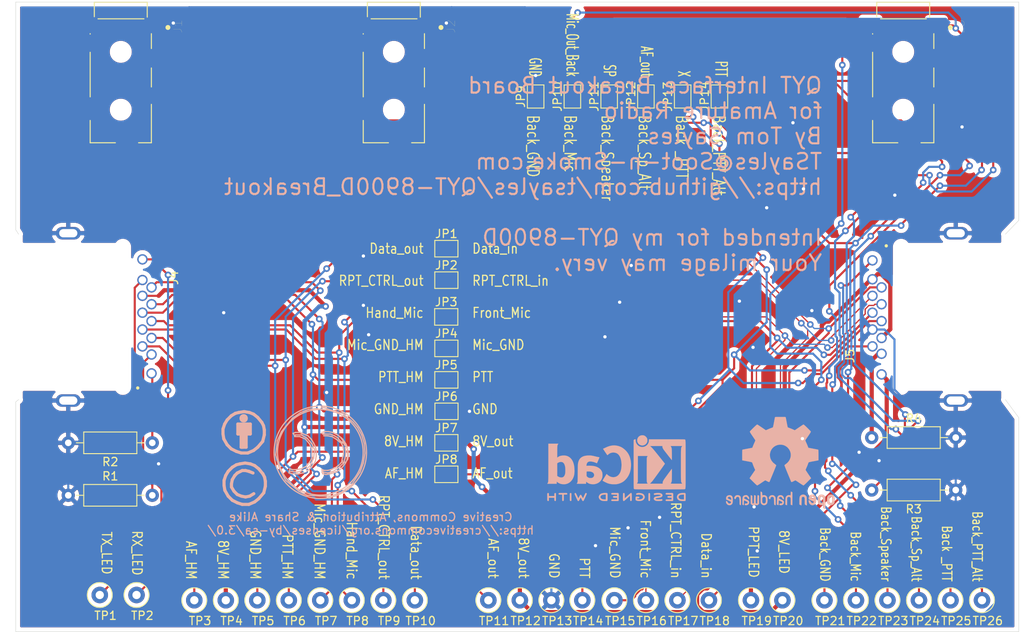
<source format=kicad_pcb>
(kicad_pcb (version 20171130) (host pcbnew 5.1.10)
  (layers (0 F.Cu signal) (31 B.Cu signal) (34 B.Paste user) (35 F.Paste user) (36 B.SilkS user) (37 F.SilkS user) (38 B.Mask user) (39 F.Mask user) (44 Edge.Cuts user))
  (net 0 "")
  (net 1 GND)
  (net 2 "Net-(J1-Pad5)")
  (net 3 SP)
  (net 4 Mic_In_HP)
  (net 5 "Net-(J1-Pad11)")
  (net 6 "Net-(J1-Pad10)")
  (net 7 "Net-(J2-Pad10)")
  (net 8 "Net-(J2-Pad11)")
  (net 9 "Net-(J2-Pad4)")
  (net 10 Mic_Out_Aux)
  (net 11 "Net-(J2-Pad5)")
  (net 12 Back_GND)
  (net 13 "Net-(J3-Pad5)")
  (net 14 Back_Speaker)
  (net 15 Back_Mic)
  (net 16 Back_Sp_Alt)
  (net 17 Back_PTT)
  (net 18 Back_PTT_Alt)
  (net 19 Data_out)
  (net 20 Mic_GND_HM)
  (net 21 PTT_HM)
  (net 22 GND_HM)
  (net 23 Hand_Mic)
  (net 24 RPT_CTRL_out)
  (net 25 TX_LED)
  (net 26 "Net-(J4-Pad9)")
  (net 27 8V_out)
  (net 28 AF_out)
  (net 29 "Net-(J4-Pad11)")
  (net 30 RX_LED)
  (net 31 PTT_LED)
  (net 32 "Net-(J5-Pad11)")
  (net 33 "Net-(J5-Pad9)")
  (net 34 RPT_CTRL)
  (net 35 Front_Mic)
  (net 36 PTT)
  (net 37 Mic_GND)
  (net 38 Data_in)
  (net 39 Mic_Out_Back)
  (net 40 "Net-(JP13-Pad2)")
  (net 41 8V_HM)
  (net 42 AF_HM)
  (module Footprint_Symbols:OSHW-Logo2_14.6x12mm_SilkScreen (layer B.Cu) (at 194.056 87.503 180)
    (fp_text reference REF*** hide)
    (fp_text value OSHW-Logo2_14.6x12mm_SilkScreen hide)
  )
  (module Footprint_Symbols:Symbol_CreativeCommons_SilkScreenTop_Type2_Big (layer B.Cu) (at 138.43 86.233 180)
    (fp_text reference REF**)
    (fp_text value Symbol_CreativeCommons_SilkScreenTop_Type2_Big)
  )
  (module Symbol:Symbol_CC-ShareAlike_SilkScreenTop_Small (layer B.Cu) (at 129.286 90.043 180)
    (fp_text reference REF**)
    (fp_text value Symbol_CC-ShareAlike_SilkScreenTop_Small)
  )
  (module Symbol:Symbol_CC-Attribution_SilkScreen_Small (layer B.Cu) (at 129.159 83.82 180)
    (fp_text reference REF**)
    (fp_text value Symbol_CC-Attribution_SilkScreen_Small)
  )
  (module Footprint_Symbols:KiCad-Logo2_8mm_SilkScreen (layer B.Cu) (at 174.244 88.138 180)
    (fp_text reference REF*** hide)
    (fp_text value KiCad-Logo2_8mm_SilkScreen hide)
  )
  (module SJ2-35825D-SMT-TR:CUI_SJ2-35825D-SMT-TR (layer F.Cu) (at 114.3 41.275 270)
    (fp_text reference J1 (at -6.583735 -6.894155 90) (layer F.SilkS) (effects (font (size 1.001331 1.001331) (thickness 0.015))))
    (fp_text value AudioJack_HeadPhones)
    (pad None np_thru_hole circle (at -3.5 0 270) (size 1.65 1.65) (drill 1.65) (layers *.Cu *.Mask))
    (pad None np_thru_hole circle (at 3.5 0 270) (size 1.65 1.65) (drill 1.65) (layers *.Cu *.Mask))
    (pad 1 smd rect (at -6.7 -4 270) (size 1.5 1.8) (layers F.Cu F.Paste F.Mask) (net 1 GND))
    (pad 5 smd rect (at -6.7 3.95 270) (size 1.6 1.9) (layers F.Cu F.Paste F.Mask) (net 2 "Net-(J1-Pad5)"))
    (pad 3 smd rect (at -2.7 -3.65 270) (size 1.8 2.5) (layers F.Cu F.Paste F.Mask) (net 3 SP))
    (pad 4 smd rect (at -4.55 3.65 270) (size 1.7 2.5) (layers F.Cu F.Paste F.Mask) (net 4 Mic_In_HP))
    (pad 11 smd rect (at 1.8 -4 270) (size 1.6 1.8) (layers F.Cu F.Paste F.Mask) (net 5 "Net-(J1-Pad11)"))
    (pad 2 smd rect (at 4.8 3.65 270) (size 2.3 2.5) (layers F.Cu F.Paste F.Mask) (net 3 SP))
    (pad 10 smd rect (at 8.75 -0.75 270) (size 2.5 2.3) (layers F.Cu F.Paste F.Mask) (net 6 "Net-(J1-Pad10)"))
  )
  (module SJ2-35825D-SMT-TR:CUI_SJ2-35825D-SMT-TR (layer F.Cu) (at 147.32 41.275 270)
    (fp_text reference J2 (at -6.583735 -6.894155 90) (layer F.SilkS) (effects (font (size 1.001331 1.001331) (thickness 0.015))))
    (fp_text value AudioJack_Aux)
    (pad 10 smd rect (at 8.75 -0.75 270) (size 2.5 2.3) (layers F.Cu F.Paste F.Mask) (net 7 "Net-(J2-Pad10)"))
    (pad 2 smd rect (at 4.8 3.65 270) (size 2.3 2.5) (layers F.Cu F.Paste F.Mask) (net 3 SP))
    (pad 11 smd rect (at 1.8 -4 270) (size 1.6 1.8) (layers F.Cu F.Paste F.Mask) (net 8 "Net-(J2-Pad11)"))
    (pad 4 smd rect (at -4.55 3.65 270) (size 1.7 2.5) (layers F.Cu F.Paste F.Mask) (net 9 "Net-(J2-Pad4)"))
    (pad 3 smd rect (at -2.7 -3.65 270) (size 1.8 2.5) (layers F.Cu F.Paste F.Mask) (net 10 Mic_Out_Aux))
    (pad 5 smd rect (at -6.7 3.95 270) (size 1.6 1.9) (layers F.Cu F.Paste F.Mask) (net 11 "Net-(J2-Pad5)"))
    (pad 1 smd rect (at -6.7 -4 270) (size 1.5 1.8) (layers F.Cu F.Paste F.Mask) (net 1 GND))
    (pad None np_thru_hole circle (at 3.5 0 270) (size 1.65 1.65) (drill 1.65) (layers *.Cu *.Mask))
    (pad None np_thru_hole circle (at -3.5 0 270) (size 1.65 1.65) (drill 1.65) (layers *.Cu *.Mask))
  )
  (module SJ2-35825D-SMT-TR:CUI_SJ2-35825D-SMT-TR (layer F.Cu) (at 208.915 41.275 270)
    (fp_text reference J3 (at -6.583735 -6.894155 90) (layer F.SilkS) (effects (font (size 1.001331 1.001331) (thickness 0.015))))
    (fp_text value AudioJack_KT-8900D)
    (pad None np_thru_hole circle (at -3.5 0 270) (size 1.65 1.65) (drill 1.65) (layers *.Cu *.Mask))
    (pad None np_thru_hole circle (at 3.5 0 270) (size 1.65 1.65) (drill 1.65) (layers *.Cu *.Mask))
    (pad 1 smd rect (at -6.7 -4 270) (size 1.5 1.8) (layers F.Cu F.Paste F.Mask) (net 12 Back_GND))
    (pad 5 smd rect (at -6.7 3.95 270) (size 1.6 1.9) (layers F.Cu F.Paste F.Mask) (net 13 "Net-(J3-Pad5)"))
    (pad 3 smd rect (at -2.7 -3.65 270) (size 1.8 2.5) (layers F.Cu F.Paste F.Mask) (net 14 Back_Speaker))
    (pad 4 smd rect (at -4.55 3.65 270) (size 1.7 2.5) (layers F.Cu F.Paste F.Mask) (net 15 Back_Mic))
    (pad 11 smd rect (at 1.8 -4 270) (size 1.6 1.8) (layers F.Cu F.Paste F.Mask) (net 16 Back_Sp_Alt))
    (pad 2 smd rect (at 4.8 3.65 270) (size 2.3 2.5) (layers F.Cu F.Paste F.Mask) (net 17 Back_PTT))
    (pad 10 smd rect (at 8.75 -0.75 270) (size 2.5 2.3) (layers F.Cu F.Paste F.Mask) (net 18 Back_PTT_Alt))
  )
  (module 2041411-1:TE_2041411-1 (layer F.Cu) (at 107.95 69.85 270)
    (fp_text reference J4 (at -4.725 -12.775 90) (layer F.SilkS) (effects (font (thickness 0.1524))))
    (fp_text value "From Hand Mic")
    (fp_line (start 8.45 6) (end 10 6) (layer Edge.Cuts) (width 0.0001))
    (fp_line (start 8.45 -6.1) (end 8.45 6) (layer Edge.Cuts) (width 0.0001))
    (fp_line (start -8.45 -7.1) (end 8.45 -7.1) (layer Edge.Cuts) (width 0.0001))
    (fp_line (start -8.45 6) (end -8.45 -6.1) (layer Edge.Cuts) (width 0.0001))
    (fp_line (start -10 6) (end -8.45 6) (layer Edge.Cuts) (width 0.0001))
    (fp_arc (start -8.45 -6.6) (end -8.45 -7.1) (angle -180) (layer Edge.Cuts) (width 0.0001))
    (fp_arc (start 8.45 -6.6) (end 8.45 -6.1) (angle -180) (layer Edge.Cuts) (width 0.0001))
    (pad 1 thru_hole circle (at 3.57 -8.97 270) (size 1.25 1.25) (drill 0.9) (layers *.Cu *.Mask) (net 19 Data_out))
    (pad 4 thru_hole circle (at 0.51 -10.07 270) (size 1.25 1.25) (drill 0.9) (layers *.Cu *.Mask) (net 20 Mic_GND_HM))
    (pad 5 thru_hole circle (at -0.51 -8.97 270) (size 1.25 1.25) (drill 0.9) (layers *.Cu *.Mask) (net 21 PTT_HM))
    (pad 6 thru_hole circle (at -1.53 -10.07 270) (size 1.25 1.25) (drill 0.9) (layers *.Cu *.Mask) (net 22 GND_HM))
    (pad 3 thru_hole circle (at 1.53 -8.97 270) (size 1.25 1.25) (drill 0.9) (layers *.Cu *.Mask) (net 23 Hand_Mic))
    (pad 2 thru_hole circle (at 2.55 -10.07 270) (size 1.25 1.25) (drill 0.9) (layers *.Cu *.Mask) (net 24 RPT_CTRL_out))
    (pad 10 thru_hole circle (at 4.55 -10.07 270) (size 1.25 1.25) (drill 0.9) (layers *.Cu *.Mask) (net 25 TX_LED))
    (pad 9 thru_hole circle (at 6.84 -10.07 270) (size 1.25 1.25) (drill 0.9) (layers *.Cu *.Mask) (net 26 "Net-(J4-Pad9)"))
    (pad 7 thru_hole circle (at -2.55 -8.97 270) (size 1.25 1.25) (drill 0.9) (layers *.Cu *.Mask) (net 41 8V_HM))
    (pad 8 thru_hole circle (at -3.57 -10.07 270) (size 1.25 1.25) (drill 0.9) (layers *.Cu *.Mask) (net 42 AF_HM))
    (pad 11 thru_hole circle (at -4.46 -8.97 270) (size 1.25 1.25) (drill 0.9) (layers *.Cu *.Mask) (net 29 "Net-(J4-Pad11)"))
    (pad 12 thru_hole circle (at -6.96 -8.97 270) (size 1.25 1.25) (drill 0.9) (layers *.Cu *.Mask) (net 30 RX_LED))
    (pad S1 thru_hole oval (at -10.125 0 270) (size 1.508 3.016) (drill oval 1 2.2) (layers *.Cu *.Mask) (net 1 GND))
    (pad S2 thru_hole oval (at 10.125 0 270) (size 1.508 3.016) (drill oval 1 2.2) (layers *.Cu *.Mask) (net 1 GND))
  )
  (module 2041411-1:TE_2041411-1 (layer F.Cu) (at 215.265 69.85 90)
    (fp_text reference J5 (at -4.725 -12.775 90) (layer F.SilkS) (effects (font (thickness 0.1524))))
    (fp_text value "To Radio")
    (fp_arc (start 8.45 -6.6) (end 8.45 -6.1) (angle -180) (layer Edge.Cuts) (width 0.0001))
    (fp_arc (start -8.45 -6.6) (end -8.45 -7.1) (angle -180) (layer Edge.Cuts) (width 0.0001))
    (fp_line (start -10 6) (end -8.45 6) (layer Edge.Cuts) (width 0.0001))
    (fp_line (start -8.45 6) (end -8.45 -6.1) (layer Edge.Cuts) (width 0.0001))
    (fp_line (start -8.45 -7.1) (end 8.45 -7.1) (layer Edge.Cuts) (width 0.0001))
    (fp_line (start 8.45 -6.1) (end 8.45 6) (layer Edge.Cuts) (width 0.0001))
    (fp_line (start 8.45 6) (end 10 6) (layer Edge.Cuts) (width 0.0001))
    (pad S2 thru_hole oval (at 10.125 0 90) (size 1.508 3.016) (drill oval 1 2.2) (layers *.Cu *.Mask) (net 1 GND))
    (pad S1 thru_hole oval (at -10.125 0 90) (size 1.508 3.016) (drill oval 1 2.2) (layers *.Cu *.Mask) (net 1 GND))
    (pad 12 thru_hole circle (at -6.96 -8.97 90) (size 1.25 1.25) (drill 0.9) (layers *.Cu *.Mask) (net 31 PTT_LED))
    (pad 11 thru_hole circle (at -4.46 -8.97 90) (size 1.25 1.25) (drill 0.9) (layers *.Cu *.Mask) (net 32 "Net-(J5-Pad11)"))
    (pad 8 thru_hole circle (at -3.57 -10.07 90) (size 1.25 1.25) (drill 0.9) (layers *.Cu *.Mask) (net 28 AF_out))
    (pad 7 thru_hole circle (at -2.55 -8.97 90) (size 1.25 1.25) (drill 0.9) (layers *.Cu *.Mask) (net 27 8V_out))
    (pad 9 thru_hole circle (at 6.84 -10.07 90) (size 1.25 1.25) (drill 0.9) (layers *.Cu *.Mask) (net 33 "Net-(J5-Pad9)"))
    (pad 10 thru_hole circle (at 4.55 -10.07 90) (size 1.25 1.25) (drill 0.9) (layers *.Cu *.Mask) (net 27 8V_out))
    (pad 2 thru_hole circle (at 2.55 -10.07 90) (size 1.25 1.25) (drill 0.9) (layers *.Cu *.Mask) (net 34 RPT_CTRL))
    (pad 3 thru_hole circle (at 1.53 -8.97 90) (size 1.25 1.25) (drill 0.9) (layers *.Cu *.Mask) (net 35 Front_Mic))
    (pad 6 thru_hole circle (at -1.53 -10.07 90) (size 1.25 1.25) (drill 0.9) (layers *.Cu *.Mask) (net 1 GND))
    (pad 5 thru_hole circle (at -0.51 -8.97 90) (size 1.25 1.25) (drill 0.9) (layers *.Cu *.Mask) (net 36 PTT))
    (pad 4 thru_hole circle (at 0.51 -10.07 90) (size 1.25 1.25) (drill 0.9) (layers *.Cu *.Mask) (net 37 Mic_GND))
    (pad 1 thru_hole circle (at 3.57 -8.97 90) (size 1.25 1.25) (drill 0.9) (layers *.Cu *.Mask) (net 38 Data_in))
  )
  (module Jumper:SolderJumper-2_P1.3mm_Bridged_Pad1.0x1.5mm (layer F.Cu) (at 153.67 61.595)
    (fp_text reference JP1 (at 0 -1.8) (layer F.SilkS))
    (fp_text value Jumper_NC_Small)
    (fp_poly (pts (xy -0.25 -0.3) (xy 0.25 -0.3) (xy 0.25 0.3) (xy -0.25 0.3)) (layer F.Cu) (width 0))
    (pad 2 smd rect (at 0.65 0) (size 1 1.5) (layers F.Cu F.Mask) (net 38 Data_in))
    (pad 1 smd rect (at -0.65 0) (size 1 1.5) (layers F.Cu F.Mask) (net 19 Data_out))
  )
  (module Jumper:SolderJumper-2_P1.3mm_Bridged_Pad1.0x1.5mm (layer F.Cu) (at 153.67 65.405)
    (fp_text reference JP2 (at 0 -1.8) (layer F.SilkS))
    (fp_text value Jumper_NC_Small)
    (fp_poly (pts (xy -0.25 -0.3) (xy 0.25 -0.3) (xy 0.25 0.3) (xy -0.25 0.3)) (layer F.Cu) (width 0))
    (pad 2 smd rect (at 0.65 0) (size 1 1.5) (layers F.Cu F.Mask) (net 34 RPT_CTRL))
    (pad 1 smd rect (at -0.65 0) (size 1 1.5) (layers F.Cu F.Mask) (net 24 RPT_CTRL_out))
  )
  (module Jumper:SolderJumper-2_P1.3mm_Bridged_Pad1.0x1.5mm (layer F.Cu) (at 153.655 69.85)
    (fp_text reference JP3 (at 0 -1.8) (layer F.SilkS))
    (fp_text value Jumper_NC_Small)
    (fp_poly (pts (xy -0.25 -0.3) (xy 0.25 -0.3) (xy 0.25 0.3) (xy -0.25 0.3)) (layer F.Cu) (width 0))
    (pad 1 smd rect (at -0.65 0) (size 1 1.5) (layers F.Cu F.Mask) (net 23 Hand_Mic))
    (pad 2 smd rect (at 0.65 0) (size 1 1.5) (layers F.Cu F.Mask) (net 35 Front_Mic))
  )
  (module Jumper:SolderJumper-2_P1.3mm_Bridged_Pad1.0x1.5mm (layer F.Cu) (at 153.67 73.66)
    (fp_text reference JP4 (at 0 -1.8) (layer F.SilkS))
    (fp_text value Jumper_NC_Small)
    (fp_poly (pts (xy -0.25 -0.3) (xy 0.25 -0.3) (xy 0.25 0.3) (xy -0.25 0.3)) (layer F.Cu) (width 0))
    (pad 2 smd rect (at 0.65 0) (size 1 1.5) (layers F.Cu F.Mask) (net 37 Mic_GND))
    (pad 1 smd rect (at -0.65 0) (size 1 1.5) (layers F.Cu F.Mask) (net 20 Mic_GND_HM))
  )
  (module Jumper:SolderJumper-2_P1.3mm_Bridged_Pad1.0x1.5mm (layer F.Cu) (at 153.67 77.47)
    (fp_text reference JP5 (at 0 -1.8) (layer F.SilkS))
    (fp_text value Jumper_NC_Small)
    (fp_poly (pts (xy -0.25 -0.3) (xy 0.25 -0.3) (xy 0.25 0.3) (xy -0.25 0.3)) (layer F.Cu) (width 0))
    (pad 1 smd rect (at -0.65 0) (size 1 1.5) (layers F.Cu F.Mask) (net 21 PTT_HM))
    (pad 2 smd rect (at 0.65 0) (size 1 1.5) (layers F.Cu F.Mask) (net 36 PTT))
  )
  (module Jumper:SolderJumper-2_P1.3mm_Bridged_Pad1.0x1.5mm (layer F.Cu) (at 153.685 81.28)
    (fp_text reference JP6 (at 0 -1.8) (layer F.SilkS))
    (fp_text value Jumper_NC_Small)
    (fp_poly (pts (xy -0.25 -0.3) (xy 0.25 -0.3) (xy 0.25 0.3) (xy -0.25 0.3)) (layer F.Cu) (width 0))
    (pad 2 smd rect (at 0.65 0) (size 1 1.5) (layers F.Cu F.Mask) (net 1 GND))
    (pad 1 smd rect (at -0.65 0) (size 1 1.5) (layers F.Cu F.Mask) (net 22 GND_HM))
  )
  (module Jumper:SolderJumper-2_P1.3mm_Bridged_Pad1.0x1.5mm (layer F.Cu) (at 153.67 85.09)
    (fp_text reference JP7 (at 0 -1.8) (layer F.SilkS))
    (fp_text value Jumper_NC_Small)
    (fp_poly (pts (xy -0.25 -0.3) (xy 0.25 -0.3) (xy 0.25 0.3) (xy -0.25 0.3)) (layer F.Cu) (width 0))
    (pad 1 smd rect (at -0.65 0) (size 1 1.5) (layers F.Cu F.Mask) (net 41 8V_HM))
    (pad 2 smd rect (at 0.65 0) (size 1 1.5) (layers F.Cu F.Mask) (net 27 8V_out))
  )
  (module Jumper:SolderJumper-2_P1.3mm_Bridged_Pad1.0x1.5mm (layer F.Cu) (at 153.67 88.9)
    (fp_text reference JP8 (at 0 -1.8) (layer F.SilkS))
    (fp_text value Jumper_NC_Small)
    (fp_poly (pts (xy -0.25 -0.3) (xy 0.25 -0.3) (xy 0.25 0.3) (xy -0.25 0.3)) (layer F.Cu) (width 0))
    (pad 1 smd rect (at -0.65 0) (size 1 1.5) (layers F.Cu F.Mask) (net 42 AF_HM))
    (pad 2 smd rect (at 0.65 0) (size 1 1.5) (layers F.Cu F.Mask) (net 28 AF_out))
  )
  (module Jumper:SolderJumper-2_P1.3mm_Bridged_Pad1.0x1.5mm (layer F.Cu) (at 164.465 43.18 90)
    (fp_text reference JP9 (at 0 -1.8 90) (layer F.SilkS))
    (fp_text value Jumper_NC_Small)
    (fp_poly (pts (xy -0.25 -0.3) (xy 0.25 -0.3) (xy 0.25 0.3) (xy -0.25 0.3)) (layer F.Cu) (width 0))
    (pad 1 smd rect (at -0.65 0 90) (size 1 1.5) (layers F.Cu F.Mask) (net 12 Back_GND))
    (pad 2 smd rect (at 0.65 0 90) (size 1 1.5) (layers F.Cu F.Mask) (net 1 GND))
  )
  (module Jumper:SolderJumper-2_P1.3mm_Bridged_Pad1.0x1.5mm (layer F.Cu) (at 168.91 43.18 90)
    (fp_text reference JP10 (at 0 -1.8 90) (layer F.SilkS))
    (fp_text value Jumper_NC_Small)
    (fp_poly (pts (xy -0.25 -0.3) (xy 0.25 -0.3) (xy 0.25 0.3) (xy -0.25 0.3)) (layer F.Cu) (width 0))
    (pad 2 smd rect (at 0.65 0 90) (size 1 1.5) (layers F.Cu F.Mask) (net 39 Mic_Out_Back))
    (pad 1 smd rect (at -0.65 0 90) (size 1 1.5) (layers F.Cu F.Mask) (net 15 Back_Mic))
  )
  (module Jumper:SolderJumper-2_P1.3mm_Bridged_Pad1.0x1.5mm (layer F.Cu) (at 173.355 43.18 90)
    (fp_text reference JP11 (at 0 -1.8 90) (layer F.SilkS))
    (fp_text value Jumper_NC_Small)
    (fp_poly (pts (xy -0.25 -0.3) (xy 0.25 -0.3) (xy 0.25 0.3) (xy -0.25 0.3)) (layer F.Cu) (width 0))
    (pad 1 smd rect (at -0.65 0 90) (size 1 1.5) (layers F.Cu F.Mask) (net 14 Back_Speaker))
    (pad 2 smd rect (at 0.65 0 90) (size 1 1.5) (layers F.Cu F.Mask) (net 3 SP))
  )
  (module Jumper:SolderJumper-2_P1.3mm_Bridged_Pad1.0x1.5mm (layer F.Cu) (at 177.8 43.18 90)
    (fp_text reference JP12 (at 0 -1.8 90) (layer F.SilkS))
    (fp_text value Jumper_NC_Small)
    (fp_poly (pts (xy -0.25 -0.3) (xy 0.25 -0.3) (xy 0.25 0.3) (xy -0.25 0.3)) (layer F.Cu) (width 0))
    (pad 2 smd rect (at 0.65 0 90) (size 1 1.5) (layers F.Cu F.Mask) (net 28 AF_out))
    (pad 1 smd rect (at -0.65 0 90) (size 1 1.5) (layers F.Cu F.Mask) (net 16 Back_Sp_Alt))
  )
  (module Jumper:SolderJumper-2_P1.3mm_Bridged_Pad1.0x1.5mm (layer F.Cu) (at 182.245 43.18 90)
    (fp_text reference JP13 (at 0 -1.8 90) (layer F.SilkS))
    (fp_text value Jumper_NC_Small)
    (fp_poly (pts (xy -0.25 -0.3) (xy 0.25 -0.3) (xy 0.25 0.3) (xy -0.25 0.3)) (layer F.Cu) (width 0))
    (pad 1 smd rect (at -0.65 0 90) (size 1 1.5) (layers F.Cu F.Mask) (net 17 Back_PTT))
    (pad 2 smd rect (at 0.65 0 90) (size 1 1.5) (layers F.Cu F.Mask) (net 40 "Net-(JP13-Pad2)"))
  )
  (module Jumper:SolderJumper-2_P1.3mm_Bridged_Pad1.0x1.5mm (layer F.Cu) (at 186.69 43.18 90)
    (fp_text reference JP14 (at 0 -1.8 90) (layer F.SilkS))
    (fp_text value Jumper_NC_Small)
    (fp_poly (pts (xy -0.25 -0.3) (xy 0.25 -0.3) (xy 0.25 0.3) (xy -0.25 0.3)) (layer F.Cu) (width 0))
    (pad 2 smd rect (at 0.65 0 90) (size 1 1.5) (layers F.Cu F.Mask) (net 36 PTT))
    (pad 1 smd rect (at -0.65 0 90) (size 1 1.5) (layers F.Cu F.Mask) (net 18 Back_PTT_Alt))
  )
  (module Resistors_ThroughHole:R_Axial_DIN0207_L6.3mm_D2.5mm_P10.16mm_Horizontal (layer F.Cu) (at 107.95 91.44)
    (fp_text reference R1 (at 5.08 -2.31) (layer F.SilkS))
    (fp_text value 440)
    (pad 1 thru_hole circle (at 0 0) (size 1.6 1.6) (drill 0.8) (layers *.Cu *.Mask) (net 1 GND))
    (pad 2 thru_hole oval (at 10.16 0) (size 1.6 1.6) (drill 0.8) (layers *.Cu *.Mask) (net 29 "Net-(J4-Pad11)"))
  )
  (module Resistors_ThroughHole:R_Axial_DIN0207_L6.3mm_D2.5mm_P10.16mm_Horizontal (layer F.Cu) (at 118.11 85.09 180)
    (fp_text reference R2 (at 5.08 -2.31) (layer F.SilkS))
    (fp_text value 440)
    (pad 2 thru_hole oval (at 10.16 0 180) (size 1.6 1.6) (drill 0.8) (layers *.Cu *.Mask) (net 1 GND))
    (pad 1 thru_hole circle (at 0 0 180) (size 1.6 1.6) (drill 0.8) (layers *.Cu *.Mask) (net 26 "Net-(J4-Pad9)"))
  )
  (module Resistors_ThroughHole:R_Axial_DIN0207_L6.3mm_D2.5mm_P10.16mm_Horizontal (layer F.Cu) (at 215.265 90.805 180)
    (fp_text reference R3 (at 5.08 -2.31) (layer F.SilkS))
    (fp_text value 440)
    (pad 2 thru_hole oval (at 10.16 0 180) (size 1.6 1.6) (drill 0.8) (layers *.Cu *.Mask) (net 33 "Net-(J5-Pad9)"))
    (pad 1 thru_hole circle (at 0 0 180) (size 1.6 1.6) (drill 0.8) (layers *.Cu *.Mask) (net 1 GND))
  )
  (module Resistors_ThroughHole:R_Axial_DIN0207_L6.3mm_D2.5mm_P10.16mm_Horizontal (layer F.Cu) (at 205.105 84.455)
    (fp_text reference R4 (at 5.08 -2.31) (layer F.SilkS))
    (fp_text value 440)
    (pad 1 thru_hole circle (at 0 0) (size 1.6 1.6) (drill 0.8) (layers *.Cu *.Mask) (net 32 "Net-(J5-Pad11)"))
    (pad 2 thru_hole oval (at 10.16 0) (size 1.6 1.6) (drill 0.8) (layers *.Cu *.Mask) (net 1 GND))
  )
  (module TestPoint:TestPoint_Loop_D2.50mm_Drill1.0mm (layer F.Cu) (at 111.76 103.505)
    (fp_text reference TP1 (at 0.7 2.5) (layer F.SilkS))
    (fp_text value TestPoint)
    (pad 1 thru_hole circle (at 0 0) (size 2 2) (drill 1) (layers *.Cu *.Mask) (net 25 TX_LED))
  )
  (module TestPoint:TestPoint_Loop_D2.50mm_Drill1.0mm (layer F.Cu) (at 116.205 103.505)
    (fp_text reference TP2 (at 0.7 2.5) (layer F.SilkS))
    (fp_text value TestPoint)
    (pad 1 thru_hole circle (at 0 0) (size 2 2) (drill 1) (layers *.Cu *.Mask) (net 30 RX_LED))
  )
  (module TestPoint:TestPoint_Loop_D2.50mm_Drill1.0mm (layer F.Cu) (at 123.19 104.14)
    (fp_text reference TP3 (at 0.7 2.5) (layer F.SilkS))
    (fp_text value TestPoint)
    (pad 1 thru_hole circle (at 0 0) (size 2 2) (drill 1) (layers *.Cu *.Mask) (net 42 AF_HM))
  )
  (module TestPoint:TestPoint_Loop_D2.50mm_Drill1.0mm (layer F.Cu) (at 127 104.14)
    (fp_text reference TP4 (at 0.7 2.5) (layer F.SilkS))
    (fp_text value TestPoint)
    (pad 1 thru_hole circle (at 0 0) (size 2 2) (drill 1) (layers *.Cu *.Mask) (net 41 8V_HM))
  )
  (module TestPoint:TestPoint_Loop_D2.50mm_Drill1.0mm (layer F.Cu) (at 130.81 104.14)
    (fp_text reference TP5 (at 0.7 2.5) (layer F.SilkS))
    (fp_text value TestPoint)
    (pad 1 thru_hole circle (at 0 0) (size 2 2) (drill 1) (layers *.Cu *.Mask) (net 22 GND_HM))
  )
  (module TestPoint:TestPoint_Loop_D2.50mm_Drill1.0mm (layer F.Cu) (at 134.62 104.14)
    (fp_text reference TP6 (at 0.7 2.5) (layer F.SilkS))
    (fp_text value TestPoint)
    (pad 1 thru_hole circle (at 0 0) (size 2 2) (drill 1) (layers *.Cu *.Mask) (net 21 PTT_HM))
  )
  (module TestPoint:TestPoint_Loop_D2.50mm_Drill1.0mm (layer F.Cu) (at 138.43 104.14)
    (fp_text reference TP7 (at 0.7 2.5) (layer F.SilkS))
    (fp_text value TestPoint)
    (pad 1 thru_hole circle (at 0 0) (size 2 2) (drill 1) (layers *.Cu *.Mask) (net 20 Mic_GND_HM))
  )
  (module TestPoint:TestPoint_Loop_D2.50mm_Drill1.0mm (layer F.Cu) (at 142.24 104.14)
    (fp_text reference TP8 (at 0.7 2.5) (layer F.SilkS))
    (fp_text value TestPoint)
    (pad 1 thru_hole circle (at 0 0) (size 2 2) (drill 1) (layers *.Cu *.Mask) (net 23 Hand_Mic))
  )
  (module TestPoint:TestPoint_Loop_D2.50mm_Drill1.0mm (layer F.Cu) (at 146.05 104.14)
    (fp_text reference TP9 (at 0.7 2.5) (layer F.SilkS))
    (fp_text value TestPoint)
    (pad 1 thru_hole circle (at 0 0) (size 2 2) (drill 1) (layers *.Cu *.Mask) (net 24 RPT_CTRL_out))
  )
  (module TestPoint:TestPoint_Loop_D2.50mm_Drill1.0mm (layer F.Cu) (at 149.86 104.14)
    (fp_text reference TP10 (at 0.7 2.5) (layer F.SilkS))
    (fp_text value TestPoint)
    (pad 1 thru_hole circle (at 0 0) (size 2 2) (drill 1) (layers *.Cu *.Mask) (net 19 Data_out))
  )
  (module TestPoint:TestPoint_Loop_D2.50mm_Drill1.0mm (layer F.Cu) (at 158.75 104.14)
    (fp_text reference TP11 (at 0.7 2.5) (layer F.SilkS))
    (fp_text value TestPoint)
    (pad 1 thru_hole circle (at 0 0) (size 2 2) (drill 1) (layers *.Cu *.Mask) (net 28 AF_out))
  )
  (module TestPoint:TestPoint_Loop_D2.50mm_Drill1.0mm (layer F.Cu) (at 162.56 104.14)
    (fp_text reference TP12 (at 0.7 2.5) (layer F.SilkS))
    (fp_text value TestPoint)
    (pad 1 thru_hole circle (at 0 0) (size 2 2) (drill 1) (layers *.Cu *.Mask) (net 27 8V_out))
  )
  (module TestPoint:TestPoint_Loop_D2.50mm_Drill1.0mm (layer F.Cu) (at 166.37 104.14)
    (fp_text reference TP13 (at 0.7 2.5) (layer F.SilkS))
    (fp_text value TestPoint)
    (pad 1 thru_hole circle (at 0 0) (size 2 2) (drill 1) (layers *.Cu *.Mask) (net 1 GND))
  )
  (module TestPoint:TestPoint_Loop_D2.50mm_Drill1.0mm (layer F.Cu) (at 170.115001 104.14)
    (fp_text reference TP14 (at 0.7 2.5) (layer F.SilkS))
    (fp_text value TestPoint)
    (pad 1 thru_hole circle (at 0 0) (size 2 2) (drill 1) (layers *.Cu *.Mask) (net 36 PTT))
  )
  (module TestPoint:TestPoint_Loop_D2.50mm_Drill1.0mm (layer F.Cu) (at 173.99 104.14)
    (fp_text reference TP15 (at 0.7 2.5) (layer F.SilkS))
    (fp_text value TestPoint)
    (pad 1 thru_hole circle (at 0 0) (size 2 2) (drill 1) (layers *.Cu *.Mask) (net 37 Mic_GND))
  )
  (module TestPoint:TestPoint_Loop_D2.50mm_Drill1.0mm (layer F.Cu) (at 177.8 104.14)
    (fp_text reference TP16 (at 0.7 2.5) (layer F.SilkS))
    (fp_text value TestPoint)
    (pad 1 thru_hole circle (at 0 0) (size 2 2) (drill 1) (layers *.Cu *.Mask) (net 35 Front_Mic))
  )
  (module TestPoint:TestPoint_Loop_D2.50mm_Drill1.0mm (layer F.Cu) (at 181.61 104.14)
    (fp_text reference TP17 (at 0.7 2.5) (layer F.SilkS))
    (fp_text value TestPoint)
    (pad 1 thru_hole circle (at 0 0) (size 2 2) (drill 1) (layers *.Cu *.Mask) (net 34 RPT_CTRL))
  )
  (module TestPoint:TestPoint_Loop_D2.50mm_Drill1.0mm (layer F.Cu) (at 185.42 104.14)
    (fp_text reference TP18 (at 0.7 2.5) (layer F.SilkS))
    (fp_text value TestPoint)
    (pad 1 thru_hole circle (at 0 0) (size 2 2) (drill 1) (layers *.Cu *.Mask) (net 38 Data_in))
  )
  (module TestPoint:TestPoint_Loop_D2.50mm_Drill1.0mm (layer F.Cu) (at 190.5 104.14)
    (fp_text reference TP19 (at 0.7 2.5) (layer F.SilkS))
    (fp_text value TestPoint)
    (pad 1 thru_hole circle (at 0 0) (size 2 2) (drill 1) (layers *.Cu *.Mask) (net 31 PTT_LED))
  )
  (module TestPoint:TestPoint_Loop_D2.50mm_Drill1.0mm (layer F.Cu) (at 194.31 104.14)
    (fp_text reference TP20 (at 0.7 2.5) (layer F.SilkS))
    (fp_text value TestPoint)
    (pad 1 thru_hole circle (at 0 0) (size 2 2) (drill 1) (layers *.Cu *.Mask) (net 27 8V_out))
  )
  (module TestPoint:TestPoint_Loop_D2.50mm_Drill1.0mm (layer F.Cu) (at 199.39 104.14)
    (fp_text reference TP21 (at 0.7 2.5) (layer F.SilkS))
    (fp_text value TestPoint)
    (pad 1 thru_hole circle (at 0 0) (size 2 2) (drill 1) (layers *.Cu *.Mask) (net 12 Back_GND))
  )
  (module TestPoint:TestPoint_Loop_D2.50mm_Drill1.0mm (layer F.Cu) (at 203.2 104.14)
    (fp_text reference TP22 (at 0.7 2.5) (layer F.SilkS))
    (fp_text value TestPoint)
    (pad 1 thru_hole circle (at 0 0) (size 2 2) (drill 1) (layers *.Cu *.Mask) (net 15 Back_Mic))
  )
  (module TestPoint:TestPoint_Loop_D2.50mm_Drill1.0mm (layer F.Cu) (at 207.01 104.14)
    (fp_text reference TP23 (at 0.7 2.5) (layer F.SilkS))
    (fp_text value TestPoint)
    (pad 1 thru_hole circle (at 0 0) (size 2 2) (drill 1) (layers *.Cu *.Mask) (net 14 Back_Speaker))
  )
  (module TestPoint:TestPoint_Loop_D2.50mm_Drill1.0mm (layer F.Cu) (at 210.82 104.14)
    (fp_text reference TP24 (at 0.7 2.5) (layer F.SilkS))
    (fp_text value TestPoint)
    (pad 1 thru_hole circle (at 0 0) (size 2 2) (drill 1) (layers *.Cu *.Mask) (net 16 Back_Sp_Alt))
  )
  (module TestPoint:TestPoint_Loop_D2.50mm_Drill1.0mm (layer F.Cu) (at 214.63 104.14)
    (fp_text reference TP25 (at 0.7 2.5) (layer F.SilkS))
    (fp_text value TestPoint)
    (pad 1 thru_hole circle (at 0 0) (size 2 2) (drill 1) (layers *.Cu *.Mask) (net 17 Back_PTT))
  )
  (module TestPoint:TestPoint_Loop_D2.50mm_Drill1.0mm (layer F.Cu) (at 218.44 104.14)
    (fp_text reference TP26 (at 0.7 2.5) (layer F.SilkS))
    (fp_text value TestPoint)
    (pad 1 thru_hole circle (at 0 0) (size 2 2) (drill 1) (layers *.Cu *.Mask) (net 18 Back_PTT_Alt))
  )
  (gr_text "QYT Interface Breakout Board\nfor Amature Radio\nBy Tom Sayles\nTSayles@Soot-n-Smoke.com\nhttps://github.com/tsayles/QYT-8900D_Breakout\n\nIntended for my QYT-8900D\nYour milage may very." (at 199.263 52.578) (layer B.SilkS) (effects (font (size 1.905 1.905) (thickness 0.254)) (justify left mirror)))
  (gr_text "Creative Commons, Attribution & Share Alike\nhttps://creativecommons.org/licenses/by-sa/3.0/" (at 144.526 94.869) (layer B.SilkS) (effects (font (size 1 1)) (justify mirror)))
  (gr_text "PTT\n\nX\n\nAF_out\n\nSP\n\nMic_Out_Back\n\nGND" (at 175.641 40.894 -90) (layer F.SilkS) (effects (font (size 1.397 0.762)) (justify right)))
  (gr_text "Back_PTT_Alt\n\nBack _PTT\n\nBack_Sp_Alt\n\nBack_Speaker\n\nBack_Mic\n\nBack_GND" (at 175.387 45.339 -90) (layer F.SilkS) (effects (font (size 1.397 1.016)) (justify left)))
  (gr_text "Back_PTT_Alt\n\nBack _PTT\n\nBack_Sp_Alt\n\nBack_Speaker\n\nBack_Mic\n\nBack_GND" (at 208.661 101.981 -90) (layer F.SilkS) (effects (font (size 1.143 0.889)) (justify right)))
  (gr_text "8V_LED\n\nPPT_LED" (at 192.659 98.298 -90) (layer F.SilkS) (effects (font (size 1.143 1))))
  (gr_text "RX_LED\n\nTX_LED" (at 114.427 98.425 -90) (layer F.SilkS) (effects (font (size 1.143 1))))
  (gr_text "Data_out\n\nRPT_CTRL_out\n\nHand_Mic\n\nMic_GND_HM\n\nPTT_HM\n\nGND_HM\n\n8V_HM\n\nAF_HM" (at 136.398 101.727 270) (layer F.SilkS) (effects (font (size 1.2065 1)) (justify right)))
  (gr_text "Data_in\n\nRPT_CTRL_in\n\nFront_Mic\n\nMic_GND\n\nPTT\n\nGND\n\n8V_out\n\nAF_out" (at 172.212 101.6 -90) (layer F.SilkS) (effects (font (size 1.143 1)) (justify right)))
  (gr_text "Data_out\n\nRPT_CTRL_out\n\nHand_Mic\n\nMic_GND_HM\n\nPTT_HM\n\nGND_HM\n\n8V_HM\n\nAF_HM" (at 151.003 75.184) (layer F.SilkS) (effects (font (size 1.2065 1)) (justify right)))
  (gr_text "Data_in\n\nRPT_CTRL_in\n\nFront_Mic\n\nMic_GND\n\nPTT\n\nGND\n\n8V_out\n\nAF_out" (at 156.718 75.184) (layer F.SilkS) (effects (font (size 1.2065 1)) (justify left)))
  (gr_line (start 221.265 79.85) (end 222.885 82.042) (layer Edge.Cuts) (width 0.05))
  (gr_line (start 221.265 59.85) (end 222.885 58.166) (layer Edge.Cuts) (width 0.05))
  (gr_line (start 222.885 58.166) (end 222.885 31.75) (layer Edge.Cuts) (width 0.05))
  (gr_line (start 222.885 82.931) (end 222.885 82.931) (layer Edge.Cuts) (width 0.05))
  (gr_line (start 101.95 59.85) (end 101.6 59.309) (layer Edge.Cuts) (width 0.05))
  (gr_line (start 101.95 79.85) (end 101.6 80.137) (layer Edge.Cuts) (width 0.05))
  (gr_line (start 101.6 80.137) (end 101.6 107.95) (layer Edge.Cuts) (width 0.05))
  (gr_line (start 101.6 31.75) (end 101.6 59.309) (layer Edge.Cuts) (width 0.05))
  (gr_line (start 222.885 31.75) (end 101.6 31.75) (layer Edge.Cuts) (width 0.05))
  (gr_line (start 222.885 107.95) (end 222.885 82.042) (layer Edge.Cuts) (width 0.05))
  (gr_line (start 101.6 107.95) (end 222.885 107.95) (layer Edge.Cuts) (width 0.05))
  (segment (start 209.190896 79.975) (end 215.265 79.975) (width 0.254) (layer B.Cu) (net 1))
  (segment (start 207.86014 78.644244) (end 209.190896 79.975) (width 0.254) (layer B.Cu) (net 1))
  (segment (start 207.86014 72.589034) (end 207.86014 78.644244) (width 0.254) (layer B.Cu) (net 1))
  (segment (start 206.651106 71.38) (end 207.86014 72.589034) (width 0.254) (layer B.Cu) (net 1))
  (segment (start 205.195 71.38) (end 206.651106 71.38) (width 0.254) (layer B.Cu) (net 1))
  (segment (start 215.265 79.975) (end 215.265 84.455) (width 0.254) (layer B.Cu) (net 1))
  (segment (start 215.265 84.455) (end 215.265 90.805) (width 0.254) (layer B.Cu) (net 1))
  (segment (start 215.265 90.805) (end 215.265 95.885) (width 0.254) (layer B.Cu) (net 1))
  (segment (start 215.265 95.885) (end 220.98 101.6) (width 0.254) (layer B.Cu) (net 1))
  (segment (start 220.98 103.531106) (end 217.831106 106.68) (width 0.254) (layer B.Cu) (net 1))
  (segment (start 220.98 101.6) (end 220.98 103.531106) (width 0.254) (layer B.Cu) (net 1))
  (segment (start 168.91 106.68) (end 166.37 104.14) (width 0.254) (layer B.Cu) (net 1))
  (segment (start 217.831106 106.68) (end 168.91 106.68) (width 0.254) (layer B.Cu) (net 1))
  (via (at 164.465 40.64) (size 0.8) (drill 0.4) (layers F.Cu B.Cu) (net 1))
  (segment (start 164.465 42.53) (end 164.465 40.64) (width 0.254) (layer F.Cu) (net 1))
  (segment (start 164.465 40.64) (end 164.465 33.655) (width 0.254) (layer B.Cu) (net 1))
  (segment (start 164.465 33.655) (end 163.195 32.385) (width 0.254) (layer B.Cu) (net 1))
  (via (at 120.65 34.29) (size 0.8) (drill 0.4) (layers F.Cu B.Cu) (net 1))
  (segment (start 122.555 32.385) (end 120.65 34.29) (width 0.254) (layer B.Cu) (net 1))
  (segment (start 118.585 34.29) (end 118.3 34.575) (width 0.254) (layer F.Cu) (net 1))
  (segment (start 120.65 34.29) (end 118.585 34.29) (width 0.254) (layer F.Cu) (net 1))
  (via (at 153.67 34.29) (size 0.8) (drill 0.4) (layers F.Cu B.Cu) (net 1))
  (segment (start 153.385 34.575) (end 153.67 34.29) (width 0.254) (layer F.Cu) (net 1))
  (segment (start 151.32 34.575) (end 153.385 34.575) (width 0.254) (layer F.Cu) (net 1))
  (segment (start 154.305 33.655) (end 154.305 32.385) (width 0.254) (layer B.Cu) (net 1))
  (segment (start 153.67 34.29) (end 154.305 33.655) (width 0.254) (layer B.Cu) (net 1))
  (segment (start 154.305 32.385) (end 122.555 32.385) (width 0.254) (layer B.Cu) (net 1))
  (segment (start 163.195 32.385) (end 154.305 32.385) (width 0.254) (layer B.Cu) (net 1))
  (segment (start 107.95 59.725) (end 105.445 59.725) (width 0.254) (layer B.Cu) (net 1))
  (segment (start 105.445 59.725) (end 102.87 57.15) (width 0.254) (layer B.Cu) (net 1))
  (segment (start 102.87 33.655) (end 103.505 33.02) (width 0.254) (layer B.Cu) (net 1))
  (segment (start 102.87 57.15) (end 102.87 33.655) (width 0.254) (layer B.Cu) (net 1))
  (segment (start 119.38 33.02) (end 120.65 34.29) (width 0.254) (layer B.Cu) (net 1))
  (segment (start 103.505 33.02) (end 119.38 33.02) (width 0.254) (layer B.Cu) (net 1))
  (segment (start 107.95 79.975) (end 107.95 85.09) (width 0.254) (layer B.Cu) (net 1))
  (segment (start 107.95 85.09) (end 107.95 91.44) (width 0.254) (layer B.Cu) (net 1))
  (via (at 156.464 81.28) (size 0.8) (drill 0.4) (layers F.Cu B.Cu) (net 1))
  (segment (start 154.335 81.28) (end 156.464 81.28) (width 0.508) (layer F.Cu) (net 1))
  (segment (start 156.464 81.28) (end 162.052 81.28) (width 0.254) (layer B.Cu) (net 1))
  (segment (start 166.37 85.598) (end 166.37 104.14) (width 0.254) (layer B.Cu) (net 1))
  (segment (start 162.052 81.28) (end 166.37 85.598) (width 0.254) (layer B.Cu) (net 1))
  (segment (start 164.465 40.64) (end 164.465 69.088) (width 0.254) (layer B.Cu) (net 1))
  (segment (start 156.464 77.089) (end 156.464 81.28) (width 0.254) (layer B.Cu) (net 1))
  (segment (start 164.465 69.088) (end 156.464 77.089) (width 0.254) (layer B.Cu) (net 1))
  (segment (start 213.468199 59.759801) (end 213.503 59.725) (width 0.254) (layer B.Cu) (net 1))
  (segment (start 205.195 71.38) (end 204.265199 70.450199) (width 0.254) (layer B.Cu) (net 1))
  (segment (start 215.265 59.725) (end 210.023 59.725) (width 0.254) (layer B.Cu) (net 1))
  (segment (start 210.023 59.725) (end 209.677 60.071) (width 0.254) (layer B.Cu) (net 1))
  (segment (start 209.677 60.071) (end 207.01 60.071) (width 0.254) (layer B.Cu) (net 1))
  (segment (start 207.01 60.071) (end 205.613 61.468) (width 0.254) (layer B.Cu) (net 1))
  (segment (start 205.613 61.468) (end 204.851 61.468) (width 0.254) (layer B.Cu) (net 1))
  (segment (start 204.851 61.468) (end 203.835 62.484) (width 0.254) (layer B.Cu) (net 1))
  (segment (start 203.835 70.02) (end 205.195 71.38) (width 0.254) (layer B.Cu) (net 1))
  (segment (start 203.835 62.484) (end 203.835 70.02) (width 0.254) (layer B.Cu) (net 1))
  (via (at 195.58 46.355) (size 0.8) (drill 0.4) (layers F.Cu B.Cu) (net 1))
  (via (at 196.85 54.356) (size 0.8) (drill 0.4) (layers F.Cu B.Cu) (net 1))
  (via (at 192.405 56.642) (size 0.8) (drill 0.4) (layers F.Cu B.Cu) (net 1))
  (via (at 176.022 63.627) (size 0.8) (drill 0.4) (layers F.Cu B.Cu) (net 1))
  (via (at 174.625 68.072) (size 0.8) (drill 0.4) (layers F.Cu B.Cu) (net 1))
  (via (at 172.847 72.263) (size 0.8) (drill 0.4) (layers F.Cu B.Cu) (net 1))
  (via (at 190.881 92.837) (size 0.8) (drill 0.4) (layers F.Cu B.Cu) (net 1))
  (via (at 196.723 84.582) (size 0.8) (drill 0.4) (layers F.Cu B.Cu) (net 1))
  (via (at 191.262 98.171) (size 0.8) (drill 0.4) (layers F.Cu B.Cu) (net 1))
  (via (at 179.451 94.107) (size 0.8) (drill 0.4) (layers F.Cu B.Cu) (net 1))
  (via (at 175.641 95.377) (size 0.8) (drill 0.4) (layers F.Cu B.Cu) (net 1))
  (via (at 171.704 97.536) (size 0.8) (drill 0.4) (layers F.Cu B.Cu) (net 1))
  (via (at 144.272 72.009) (size 0.8) (drill 0.4) (layers F.Cu B.Cu) (net 1))
  (via (at 143.637 68.453) (size 0.8) (drill 0.4) (layers F.Cu B.Cu) (net 1))
  (via (at 143.637 62.484) (size 0.8) (drill 0.4) (layers F.Cu B.Cu) (net 1))
  (via (at 216.027 46.863) (size 0.8) (drill 0.4) (layers F.Cu B.Cu) (net 1))
  (via (at 207.899 55.118) (size 0.8) (drill 0.4) (layers F.Cu B.Cu) (net 1))
  (via (at 205.994 87.249) (size 0.8) (drill 0.4) (layers F.Cu B.Cu) (net 1))
  (via (at 203.581 86.233) (size 0.8) (drill 0.4) (layers F.Cu B.Cu) (net 1))
  (via (at 118.872 87.63) (size 0.8) (drill 0.4) (layers F.Cu B.Cu) (net 1))
  (via (at 139.192 78.994) (size 0.8) (drill 0.4) (layers F.Cu B.Cu) (net 1))
  (via (at 126.746 69.342) (size 0.8) (drill 0.4) (layers F.Cu B.Cu) (net 1))
  (via (at 197.866 69.088) (size 0.8) (drill 0.4) (layers F.Cu B.Cu) (net 1))
  (via (at 189.103 67.945) (size 0.8) (drill 0.4) (layers F.Cu B.Cu) (net 1))
  (via (at 190.754 73.533) (size 0.8) (drill 0.4) (layers F.Cu B.Cu) (net 1))
  (segment (start 143.67 46.075) (end 132.435 46.075) (width 0.254) (layer F.Cu) (net 3))
  (segment (start 124.935 38.575) (end 117.95 38.575) (width 0.254) (layer F.Cu) (net 3))
  (segment (start 132.435 46.075) (end 124.935 38.575) (width 0.254) (layer F.Cu) (net 3))
  (segment (start 110.65 46.075) (end 110.65 43.655) (width 0.254) (layer F.Cu) (net 3))
  (segment (start 110.65 43.655) (end 113.03 41.275) (width 0.254) (layer F.Cu) (net 3))
  (segment (start 113.03 41.275) (end 117.475 41.275) (width 0.254) (layer F.Cu) (net 3))
  (segment (start 117.95 40.8) (end 117.95 38.575) (width 0.254) (layer F.Cu) (net 3))
  (segment (start 117.475 41.275) (end 117.95 40.8) (width 0.254) (layer F.Cu) (net 3))
  (segment (start 170.968 46.075) (end 143.67 46.075) (width 0.254) (layer F.Cu) (net 3))
  (segment (start 172.085 44.958) (end 170.968 46.075) (width 0.254) (layer F.Cu) (net 3))
  (segment (start 172.085 42.926) (end 172.085 44.958) (width 0.254) (layer F.Cu) (net 3))
  (segment (start 172.481 42.53) (end 172.085 42.926) (width 0.254) (layer F.Cu) (net 3))
  (segment (start 173.355 42.53) (end 172.481 42.53) (width 0.254) (layer F.Cu) (net 3))
  (via (at 215.265 34.925) (size 0.8) (drill 0.4) (layers F.Cu B.Cu) (net 12))
  (segment (start 214.915 34.575) (end 215.265 34.925) (width 0.254) (layer F.Cu) (net 12))
  (segment (start 212.915 34.575) (end 214.915 34.575) (width 0.254) (layer F.Cu) (net 12))
  (via (at 169.545 33.02) (size 0.8) (drill 0.4) (layers F.Cu B.Cu) (net 12))
  (segment (start 164.963642 43.83) (end 164.465 43.83) (width 0.254) (layer F.Cu) (net 12))
  (segment (start 167.855199 40.938443) (end 164.963642 43.83) (width 0.254) (layer F.Cu) (net 12))
  (segment (start 167.855199 34.709801) (end 167.855199 40.938443) (width 0.254) (layer F.Cu) (net 12))
  (segment (start 169.545 33.02) (end 167.855199 34.709801) (width 0.254) (layer F.Cu) (net 12))
  (via (at 203.2 90.17) (size 0.8) (drill 0.4) (layers F.Cu B.Cu) (net 12))
  (segment (start 202.791894 90.17) (end 203.2 90.17) (width 0.254) (layer F.Cu) (net 12))
  (segment (start 199.39 93.571894) (end 202.791894 90.17) (width 0.254) (layer F.Cu) (net 12))
  (segment (start 199.39 104.14) (end 199.39 93.571894) (width 0.254) (layer F.Cu) (net 12))
  (via (at 212.09 52.705) (size 0.8) (drill 0.4) (layers F.Cu B.Cu) (net 12))
  (segment (start 213.021695 54.679801) (end 217.100199 54.679801) (width 0.254) (layer B.Cu) (net 12))
  (segment (start 212.09 53.748106) (end 213.021695 54.679801) (width 0.254) (layer B.Cu) (net 12))
  (segment (start 212.09 52.705) (end 212.09 53.748106) (width 0.254) (layer B.Cu) (net 12))
  (via (at 219.79963 52.07) (size 0.8) (drill 0.4) (layers F.Cu B.Cu) (net 12))
  (segment (start 217.189829 54.679801) (end 219.79963 52.07) (width 0.254) (layer B.Cu) (net 12))
  (segment (start 217.100199 54.679801) (end 217.189829 54.679801) (width 0.254) (layer B.Cu) (net 12))
  (segment (start 219.79963 39.45963) (end 215.265 34.925) (width 0.254) (layer F.Cu) (net 12))
  (segment (start 219.79963 52.07) (end 219.79963 39.45963) (width 0.254) (layer F.Cu) (net 12))
  (segment (start 214.376 33.02) (end 169.545 33.02) (width 0.254) (layer B.Cu) (net 12))
  (segment (start 215.265 33.909) (end 214.376 33.02) (width 0.254) (layer B.Cu) (net 12))
  (segment (start 215.265 34.925) (end 215.265 33.909) (width 0.254) (layer B.Cu) (net 12))
  (via (at 201.93 59.436) (size 0.8) (drill 0.4) (layers F.Cu B.Cu) (net 12))
  (segment (start 212.09 52.705) (end 208.661 52.705) (width 0.254) (layer F.Cu) (net 12))
  (segment (start 208.661 52.705) (end 201.93 59.436) (width 0.254) (layer F.Cu) (net 12))
  (via (at 200.33619 87.63) (size 0.8) (drill 0.4) (layers F.Cu B.Cu) (net 12))
  (segment (start 203.2 90.17) (end 200.66 87.63) (width 0.254) (layer B.Cu) (net 12))
  (segment (start 200.66 87.63) (end 200.33619 87.63) (width 0.254) (layer B.Cu) (net 12))
  (segment (start 200.672766 75.849579) (end 200.672766 77.741539) (width 0.254) (layer B.Cu) (net 12))
  (segment (start 201.345679 72.177519) (end 201.345679 75.176666) (width 0.254) (layer B.Cu) (net 12))
  (via (at 200.383531 78.030774) (size 0.8) (drill 0.4) (layers F.Cu B.Cu) (net 12))
  (segment (start 200.672766 66.378306) (end 201.218756 66.924296) (width 0.254) (layer B.Cu) (net 12))
  (segment (start 200.33619 78.078115) (end 200.383531 78.030774) (width 0.254) (layer F.Cu) (net 12))
  (segment (start 201.218756 72.050596) (end 201.345679 72.177519) (width 0.254) (layer B.Cu) (net 12))
  (segment (start 200.672766 77.741539) (end 200.383531 78.030774) (width 0.254) (layer B.Cu) (net 12))
  (segment (start 201.93 59.436) (end 200.672766 60.693234) (width 0.254) (layer B.Cu) (net 12))
  (segment (start 200.672766 60.693234) (end 200.672766 66.378306) (width 0.254) (layer B.Cu) (net 12))
  (segment (start 201.345679 75.176666) (end 200.672766 75.849579) (width 0.254) (layer B.Cu) (net 12))
  (segment (start 200.33619 87.63) (end 200.33619 78.078115) (width 0.254) (layer F.Cu) (net 12))
  (segment (start 201.218756 66.924296) (end 201.218756 72.050596) (width 0.254) (layer B.Cu) (net 12))
  (via (at 213.36 53.975) (size 0.8) (drill 0.4) (layers F.Cu B.Cu) (net 14))
  (via (at 199.754328 90.534328) (size 0.8) (drill 0.4) (layers F.Cu B.Cu) (net 14))
  (via (at 201.295 92.71) (size 0.8) (drill 0.4) (layers F.Cu B.Cu) (net 14))
  (segment (start 201.295 92.075) (end 201.295 92.71) (width 0.254) (layer B.Cu) (net 14))
  (segment (start 199.754328 90.534328) (end 201.295 92.075) (width 0.254) (layer B.Cu) (net 14))
  (segment (start 201.295 92.71) (end 207.01 98.425) (width 0.254) (layer F.Cu) (net 14))
  (segment (start 207.01 98.425) (end 207.01 104.14) (width 0.254) (layer F.Cu) (net 14))
  (via (at 184.785 46.355) (size 0.8) (drill 0.4) (layers F.Cu B.Cu) (net 14))
  (segment (start 185.42 46.355) (end 186.69 47.625) (width 0.254) (layer B.Cu) (net 14))
  (via (at 186.69 47.625) (size 0.8) (drill 0.4) (layers F.Cu B.Cu) (net 14))
  (segment (start 184.785 46.355) (end 185.42 46.355) (width 0.254) (layer B.Cu) (net 14))
  (segment (start 218.44 45.604) (end 218.44 52.02002) (width 0.254) (layer F.Cu) (net 14))
  (segment (start 212.565 38.575) (end 212.565 39.729) (width 0.254) (layer F.Cu) (net 14))
  (segment (start 212.565 39.729) (end 218.44 45.604) (width 0.254) (layer F.Cu) (net 14))
  (via (at 218.39002 52.07) (size 0.8) (drill 0.4) (layers F.Cu B.Cu) (net 14))
  (segment (start 218.44 52.02002) (end 218.39002 52.07) (width 0.254) (layer F.Cu) (net 14))
  (segment (start 216.48502 53.975) (end 218.39002 52.07) (width 0.254) (layer B.Cu) (net 14))
  (segment (start 213.36 53.975) (end 216.48502 53.975) (width 0.254) (layer B.Cu) (net 14))
  (via (at 208.661 58.800998) (size 0.8) (drill 0.4) (layers F.Cu B.Cu) (net 14))
  (segment (start 213.36 53.975) (end 208.661 58.674) (width 0.254) (layer F.Cu) (net 14))
  (segment (start 208.661 58.674) (end 208.661 58.800998) (width 0.254) (layer F.Cu) (net 14))
  (segment (start 186.69 47.625) (end 199.988328 60.923328) (width 0.254) (layer F.Cu) (net 14))
  (via (at 203.148168 60.923328) (size 0.8) (drill 0.4) (layers F.Cu B.Cu) (net 14))
  (segment (start 208.661 58.800998) (end 205.270498 58.800998) (width 0.254) (layer B.Cu) (net 14))
  (segment (start 199.988328 60.923328) (end 203.148168 60.923328) (width 0.254) (layer F.Cu) (net 14))
  (segment (start 205.270498 58.800998) (end 203.148168 60.923328) (width 0.254) (layer B.Cu) (net 14))
  (via (at 202.24119 76.545607) (size 0.8) (drill 0.4) (layers F.Cu B.Cu) (net 14))
  (segment (start 203.148168 60.923328) (end 202.514189 61.557307) (width 0.254) (layer B.Cu) (net 14))
  (segment (start 202.641112 76.145685) (end 202.24119 76.545607) (width 0.254) (layer B.Cu) (net 14))
  (segment (start 202.514189 71.514013) (end 202.641112 71.640936) (width 0.254) (layer B.Cu) (net 14))
  (segment (start 202.514189 61.557307) (end 202.514189 71.514013) (width 0.254) (layer B.Cu) (net 14))
  (segment (start 202.641112 71.640936) (end 202.641112 76.145685) (width 0.254) (layer B.Cu) (net 14))
  (segment (start 199.754328 90.534328) (end 202.24119 88.047466) (width 0.254) (layer F.Cu) (net 14))
  (segment (start 202.24119 88.047466) (end 202.24119 76.545607) (width 0.254) (layer F.Cu) (net 14))
  (segment (start 177.419 46.355) (end 184.785 46.355) (width 0.254) (layer F.Cu) (net 14))
  (segment (start 174.894 43.83) (end 177.419 46.355) (width 0.254) (layer F.Cu) (net 14))
  (segment (start 173.355 43.83) (end 174.894 43.83) (width 0.254) (layer F.Cu) (net 14))
  (via (at 201.041 94.361) (size 0.8) (drill 0.4) (layers F.Cu B.Cu) (net 15))
  (segment (start 203.2 96.52) (end 201.041 94.361) (width 0.254) (layer F.Cu) (net 15))
  (segment (start 203.2 104.14) (end 203.2 96.52) (width 0.254) (layer F.Cu) (net 15))
  (via (at 198.247 90.932) (size 0.8) (drill 0.4) (layers F.Cu B.Cu) (net 15))
  (segment (start 198.247 91.567) (end 198.247 90.932) (width 0.254) (layer B.Cu) (net 15))
  (segment (start 201.041 94.361) (end 198.247 91.567) (width 0.254) (layer B.Cu) (net 15))
  (via (at 201.422 58.547) (size 0.8) (drill 0.4) (layers F.Cu B.Cu) (net 15))
  (via (at 201.549 39.37) (size 0.8) (drill 0.4) (layers F.Cu B.Cu) (net 15))
  (segment (start 201.549 58.42) (end 201.422 58.547) (width 0.254) (layer B.Cu) (net 15))
  (segment (start 201.549 39.37) (end 201.549 58.42) (width 0.254) (layer B.Cu) (net 15))
  (segment (start 198.247 90.932) (end 198.247 78.228728) (width 0.254) (layer F.Cu) (net 15))
  (segment (start 198.247 78.228728) (end 199.012107 77.463621) (width 0.254) (layer F.Cu) (net 15))
  (via (at 199.012107 77.463621) (size 0.8) (drill 0.4) (layers F.Cu B.Cu) (net 15))
  (segment (start 199.012107 75.314107) (end 199.012107 77.463621) (width 0.254) (layer B.Cu) (net 15))
  (segment (start 197.993 74.295) (end 199.012107 75.314107) (width 0.254) (layer B.Cu) (net 15))
  (segment (start 193.657104 74.295) (end 197.993 74.295) (width 0.254) (layer B.Cu) (net 15))
  (segment (start 192.843198 73.481094) (end 193.657104 74.295) (width 0.254) (layer B.Cu) (net 15))
  (segment (start 192.843198 67.125802) (end 192.843198 73.481094) (width 0.254) (layer B.Cu) (net 15))
  (segment (start 201.422 58.547) (end 192.843198 67.125802) (width 0.254) (layer B.Cu) (net 15))
  (segment (start 203.095 36.725) (end 205.265 36.725) (width 0.254) (layer F.Cu) (net 15))
  (segment (start 173.99 34.29) (end 201.93 34.29) (width 0.254) (layer F.Cu) (net 15))
  (segment (start 170.434 37.846) (end 173.99 34.29) (width 0.254) (layer F.Cu) (net 15))
  (segment (start 170.434 43.561) (end 170.434 37.846) (width 0.254) (layer F.Cu) (net 15))
  (segment (start 202.565 36.195) (end 203.095 36.725) (width 0.254) (layer F.Cu) (net 15))
  (segment (start 201.93 34.29) (end 202.565 34.925) (width 0.254) (layer F.Cu) (net 15))
  (segment (start 170.165 43.83) (end 170.434 43.561) (width 0.254) (layer F.Cu) (net 15))
  (segment (start 202.565 34.925) (end 202.565 36.195) (width 0.254) (layer F.Cu) (net 15))
  (segment (start 168.91 43.83) (end 170.165 43.83) (width 0.254) (layer F.Cu) (net 15))
  (segment (start 201.549 38.354) (end 201.549 39.37) (width 0.254) (layer F.Cu) (net 15))
  (segment (start 203.178 36.725) (end 201.549 38.354) (width 0.254) (layer F.Cu) (net 15))
  (segment (start 205.265 36.725) (end 203.178 36.725) (width 0.254) (layer F.Cu) (net 15))
  (segment (start 178.298642 43.83) (end 177.8 43.83) (width 0.254) (layer F.Cu) (net 16))
  (segment (start 180.835253 41.293389) (end 178.298642 43.83) (width 0.254) (layer F.Cu) (net 16))
  (segment (start 211.133389 41.293389) (end 180.835253 41.293389) (width 0.254) (layer F.Cu) (net 16))
  (segment (start 212.915 43.075) (end 211.133389 41.293389) (width 0.254) (layer F.Cu) (net 16))
  (via (at 202.565 91.44) (size 0.8) (drill 0.4) (layers F.Cu B.Cu) (net 16))
  (segment (start 210.82 99.695) (end 202.565 91.44) (width 0.254) (layer F.Cu) (net 16))
  (segment (start 210.82 104.14) (end 210.82 99.695) (width 0.254) (layer F.Cu) (net 16))
  (via (at 213.36 52.705) (size 0.8) (drill 0.4) (layers F.Cu B.Cu) (net 16))
  (segment (start 216.94425 51.237209) (end 216.94425 51.571002) (width 0.254) (layer F.Cu) (net 16))
  (via (at 216.94425 51.571002) (size 0.8) (drill 0.4) (layers F.Cu B.Cu) (net 16))
  (segment (start 213.36 52.705) (end 215.810252 52.705) (width 0.254) (layer B.Cu) (net 16))
  (segment (start 215.810252 52.705) (end 216.94425 51.571002) (width 0.254) (layer B.Cu) (net 16))
  (segment (start 212.915 47.207959) (end 216.94425 51.237209) (width 0.254) (layer F.Cu) (net 16))
  (segment (start 212.915 43.075) (end 212.915 47.207959) (width 0.254) (layer F.Cu) (net 16))
  (via (at 199.981129 69.171129) (size 0.8) (drill 0.4) (layers F.Cu B.Cu) (net 16))
  (segment (start 199.981129 66.083871) (end 199.981129 69.171129) (width 0.254) (layer F.Cu) (net 16))
  (segment (start 213.36 52.705) (end 199.981129 66.083871) (width 0.254) (layer F.Cu) (net 16))
  (via (at 199.967956 76.9746) (size 0.8) (drill 0.4) (layers F.Cu B.Cu) (net 16))
  (via (at 199.856435 88.482028) (size 0.8) (drill 0.4) (layers F.Cu B.Cu) (net 16))
  (segment (start 202.565 91.44) (end 199.856435 88.731435) (width 0.254) (layer B.Cu) (net 16))
  (segment (start 199.856435 88.731435) (end 199.856435 88.482028) (width 0.254) (layer B.Cu) (net 16))
  (segment (start 199.981129 69.171129) (end 200.723368 69.913368) (width 0.254) (layer B.Cu) (net 16))
  (segment (start 199.967956 75.943717) (end 199.967956 76.9746) (width 0.254) (layer B.Cu) (net 16))
  (segment (start 200.723368 72.16588) (end 200.913868 72.35638) (width 0.254) (layer B.Cu) (net 16))
  (segment (start 200.913868 72.35638) (end 200.913868 74.997805) (width 0.254) (layer B.Cu) (net 16))
  (segment (start 200.913868 74.997805) (end 199.967956 75.943717) (width 0.254) (layer B.Cu) (net 16))
  (segment (start 200.723368 69.913368) (end 200.723368 72.16588) (width 0.254) (layer B.Cu) (net 16))
  (segment (start 199.456436 88.082029) (end 199.856435 88.482028) (width 0.254) (layer F.Cu) (net 16))
  (segment (start 199.631388 77.887446) (end 199.631388 87.291694) (width 0.254) (layer F.Cu) (net 16))
  (segment (start 199.967956 76.9746) (end 199.716908 77.225648) (width 0.254) (layer F.Cu) (net 16))
  (segment (start 199.716908 77.225648) (end 199.716908 77.801926) (width 0.254) (layer F.Cu) (net 16))
  (segment (start 199.631388 87.291694) (end 199.456436 87.466646) (width 0.254) (layer F.Cu) (net 16))
  (segment (start 199.456436 87.466646) (end 199.456436 88.082029) (width 0.254) (layer F.Cu) (net 16))
  (segment (start 199.716908 77.801926) (end 199.631388 77.887446) (width 0.254) (layer F.Cu) (net 16))
  (segment (start 183.249 43.83) (end 182.245 43.83) (width 0.254) (layer F.Cu) (net 17))
  (segment (start 185.353801 41.725199) (end 183.249 43.83) (width 0.254) (layer F.Cu) (net 17))
  (segment (start 200.915199 41.725199) (end 185.353801 41.725199) (width 0.254) (layer F.Cu) (net 17))
  (segment (start 205.265 46.075) (end 200.915199 41.725199) (width 0.254) (layer F.Cu) (net 17))
  (via (at 209.169 81.661) (size 0.8) (drill 0.4) (layers F.Cu B.Cu) (net 17))
  (via (at 213.614 51.689) (size 0.8) (drill 0.4) (layers F.Cu B.Cu) (net 17))
  (segment (start 208.663642 46.075) (end 205.265 46.075) (width 0.254) (layer F.Cu) (net 17))
  (segment (start 213.614 51.025358) (end 208.663642 46.075) (width 0.254) (layer F.Cu) (net 17))
  (segment (start 213.614 51.689) (end 213.614 51.025358) (width 0.254) (layer F.Cu) (net 17))
  (via (at 204.987624 60.080624) (size 0.8) (drill 0.4) (layers F.Cu B.Cu) (net 17))
  (segment (start 213.614 51.689) (end 212.032315 51.689) (width 0.254) (layer B.Cu) (net 17))
  (via (at 211.328 53.594) (size 0.8) (drill 0.4) (layers F.Cu B.Cu) (net 17))
  (segment (start 211.328 52.393315) (end 211.328 53.594) (width 0.254) (layer B.Cu) (net 17))
  (segment (start 212.032315 51.689) (end 211.328 52.393315) (width 0.254) (layer B.Cu) (net 17))
  (segment (start 204.987624 60.080624) (end 211.328 53.740248) (width 0.254) (layer F.Cu) (net 17))
  (segment (start 211.328 53.740248) (end 211.328 53.594) (width 0.254) (layer F.Cu) (net 17))
  (segment (start 209.118189 81.711811) (end 209.169 81.661) (width 0.254) (layer F.Cu) (net 17))
  (segment (start 214.63 104.14) (end 214.63 99.568002) (width 0.254) (layer F.Cu) (net 17))
  (segment (start 214.63 99.568002) (end 209.118189 94.056191) (width 0.254) (layer F.Cu) (net 17))
  (segment (start 209.118189 94.056191) (end 209.118189 81.711811) (width 0.254) (layer F.Cu) (net 17))
  (segment (start 204.587625 60.480623) (end 204.987624 60.080624) (width 0.254) (layer B.Cu) (net 17))
  (segment (start 203.009423 62.058825) (end 204.587625 60.480623) (width 0.254) (layer B.Cu) (net 17))
  (segment (start 203.072923 71.462075) (end 203.009423 71.398575) (width 0.254) (layer B.Cu) (net 17))
  (segment (start 203.072923 75.564923) (end 203.072923 71.462075) (width 0.254) (layer B.Cu) (net 17))
  (segment (start 203.009423 71.398575) (end 203.009423 62.058825) (width 0.254) (layer B.Cu) (net 17))
  (segment (start 209.169 81.661) (end 203.072923 75.564923) (width 0.254) (layer B.Cu) (net 17))
  (segment (start 186.69 43.83) (end 186.69 46.355) (width 0.254) (layer F.Cu) (net 18))
  (segment (start 190.36 50.025) (end 209.665 50.025) (width 0.254) (layer F.Cu) (net 18))
  (segment (start 186.69 46.355) (end 190.36 50.025) (width 0.254) (layer F.Cu) (net 18))
  (segment (start 208.96581 52.27319) (end 208.07681 52.27319) (width 0.254) (layer F.Cu) (net 18))
  (segment (start 209.665 51.574) (end 208.96581 52.27319) (width 0.254) (layer F.Cu) (net 18))
  (segment (start 209.665 50.025) (end 209.665 51.574) (width 0.254) (layer F.Cu) (net 18))
  (via (at 202.565 57.785) (size 0.8) (drill 0.4) (layers F.Cu B.Cu) (net 18))
  (segment (start 208.07681 52.27319) (end 202.565 57.785) (width 0.254) (layer F.Cu) (net 18))
  (via (at 210.693 82.423) (size 0.8) (drill 0.4) (layers F.Cu B.Cu) (net 18))
  (segment (start 210.693 82.423) (end 209.55 83.566) (width 0.254) (layer F.Cu) (net 18))
  (segment (start 218.44 102.76733) (end 218.44 104.14) (width 0.254) (layer F.Cu) (net 18))
  (segment (start 209.55 83.566) (end 209.55 93.87733) (width 0.254) (layer F.Cu) (net 18))
  (segment (start 209.55 93.87733) (end 218.44 102.76733) (width 0.254) (layer F.Cu) (net 18))
  (segment (start 202.964999 60.063389) (end 202.082378 60.94601) (width 0.254) (layer B.Cu) (net 18))
  (segment (start 202.565 57.785) (end 202.964999 58.184999) (width 0.254) (layer B.Cu) (net 18))
  (segment (start 201.536388 76.883913) (end 201.902884 77.250409) (width 0.254) (layer B.Cu) (net 18))
  (segment (start 202.209301 71.819797) (end 202.209301 75.534388) (width 0.254) (layer B.Cu) (net 18))
  (segment (start 202.209301 75.534388) (end 201.536388 76.207301) (width 0.254) (layer B.Cu) (net 18))
  (segment (start 201.902884 77.250409) (end 202.500077 77.250409) (width 0.254) (layer B.Cu) (net 18))
  (segment (start 202.082378 60.94601) (end 202.082378 71.692874) (width 0.254) (layer B.Cu) (net 18))
  (segment (start 201.536388 76.207301) (end 201.536388 76.883913) (width 0.254) (layer B.Cu) (net 18))
  (segment (start 210.127315 82.423) (end 210.693 82.423) (width 0.254) (layer B.Cu) (net 18))
  (segment (start 202.082378 71.692874) (end 202.209301 71.819797) (width 0.254) (layer B.Cu) (net 18))
  (segment (start 207.672668 82.423) (end 210.127315 82.423) (width 0.254) (layer B.Cu) (net 18))
  (segment (start 202.964999 58.184999) (end 202.964999 60.063389) (width 0.254) (layer B.Cu) (net 18))
  (segment (start 202.500077 77.250409) (end 207.672668 82.423) (width 0.254) (layer B.Cu) (net 18))
  (via (at 139.192 64.008) (size 0.8) (drill 0.4) (layers F.Cu B.Cu) (net 19))
  (segment (start 141.605 61.595) (end 153.02 61.595) (width 0.254) (layer F.Cu) (net 19))
  (segment (start 139.192 64.008) (end 141.605 61.595) (width 0.254) (layer F.Cu) (net 19))
  (via (at 144.78 91.948) (size 0.8) (drill 0.4) (layers F.Cu B.Cu) (net 19))
  (segment (start 149.86 97.028) (end 144.78 91.948) (width 0.254) (layer F.Cu) (net 19))
  (segment (start 149.86 104.14) (end 149.86 97.028) (width 0.254) (layer F.Cu) (net 19))
  (segment (start 132.969 70.231) (end 132.969 75.76181) (width 0.254) (layer B.Cu) (net 19))
  (segment (start 118.985 73.42) (end 121.32681 75.76181) (width 0.254) (layer F.Cu) (net 19))
  (via (at 132.969 75.76181) (size 0.8) (drill 0.4) (layers F.Cu B.Cu) (net 19))
  (segment (start 144.78 91.948) (end 137.919223 91.948) (width 0.254) (layer B.Cu) (net 19))
  (segment (start 132.969 86.997777) (end 132.969 75.76181) (width 0.254) (layer B.Cu) (net 19))
  (segment (start 137.919223 91.948) (end 132.969 86.997777) (width 0.254) (layer B.Cu) (net 19))
  (segment (start 116.92 73.42) (end 118.985 73.42) (width 0.254) (layer F.Cu) (net 19))
  (segment (start 139.192 64.008) (end 132.969 70.231) (width 0.254) (layer B.Cu) (net 19))
  (segment (start 121.32681 75.76181) (end 132.969 75.76181) (width 0.254) (layer F.Cu) (net 19))
  (via (at 140.716 74.168) (size 0.8) (drill 0.4) (layers F.Cu B.Cu) (net 20))
  (via (at 140.462 88.9) (size 0.8) (drill 0.4) (layers F.Cu B.Cu) (net 20))
  (segment (start 140.589 88.773) (end 140.462 88.9) (width 0.254) (layer B.Cu) (net 20))
  (segment (start 140.589 74.295) (end 140.589 88.773) (width 0.254) (layer B.Cu) (net 20))
  (segment (start 140.716 74.168) (end 140.589 74.295) (width 0.254) (layer B.Cu) (net 20))
  (segment (start 139.827 89.535) (end 140.462 88.9) (width 0.254) (layer F.Cu) (net 20))
  (segment (start 138.43 104.14) (end 139.827 102.743) (width 0.254) (layer F.Cu) (net 20))
  (segment (start 139.827 102.743) (end 139.827 89.535) (width 0.254) (layer F.Cu) (net 20))
  (segment (start 138.076108 74.168) (end 140.716 74.168) (width 0.254) (layer F.Cu) (net 20))
  (segment (start 134.774108 70.866) (end 138.076108 74.168) (width 0.254) (layer F.Cu) (net 20))
  (segment (start 120.011 70.866) (end 134.774108 70.866) (width 0.254) (layer F.Cu) (net 20))
  (segment (start 119.505 70.36) (end 120.011 70.866) (width 0.254) (layer F.Cu) (net 20))
  (segment (start 118.02 70.36) (end 119.505 70.36) (width 0.254) (layer F.Cu) (net 20))
  (segment (start 153.02 72.375) (end 153.02 73.66) (width 0.254) (layer F.Cu) (net 20))
  (segment (start 151.13 70.485) (end 153.02 72.375) (width 0.254) (layer F.Cu) (net 20))
  (segment (start 142.367 70.485) (end 151.13 70.485) (width 0.254) (layer F.Cu) (net 20))
  (segment (start 140.716 72.136) (end 142.367 70.485) (width 0.254) (layer F.Cu) (net 20))
  (segment (start 140.716 74.168) (end 140.716 72.136) (width 0.254) (layer F.Cu) (net 20))
  (segment (start 134.62 92.208627) (end 137.974199 88.854428) (width 0.254) (layer F.Cu) (net 21))
  (via (at 137.974199 88.854428) (size 0.8) (drill 0.4) (layers F.Cu B.Cu) (net 21))
  (segment (start 134.62 104.14) (end 134.62 92.208627) (width 0.254) (layer F.Cu) (net 21))
  (segment (start 138.176 77.47) (end 137.541 76.835) (width 0.254) (layer F.Cu) (net 21))
  (segment (start 153.02 77.47) (end 138.176 77.47) (width 0.254) (layer F.Cu) (net 21))
  (via (at 137.541 76.835) (size 0.8) (drill 0.4) (layers F.Cu B.Cu) (net 21))
  (segment (start 137.344198 88.224427) (end 137.344198 77.597487) (width 0.254) (layer B.Cu) (net 21))
  (segment (start 137.974199 88.854428) (end 137.344198 88.224427) (width 0.254) (layer B.Cu) (net 21))
  (segment (start 137.541 77.400685) (end 137.541 76.835) (width 0.254) (layer B.Cu) (net 21))
  (segment (start 137.344198 77.597487) (end 137.541 77.400685) (width 0.254) (layer B.Cu) (net 21))
  (segment (start 137.541 70.866) (end 137.414 70.739) (width 0.254) (layer B.Cu) (net 21))
  (segment (start 137.541 71.374) (end 137.541 70.866) (width 0.254) (layer B.Cu) (net 21))
  (via (at 137.414 70.739) (size 0.8) (drill 0.4) (layers F.Cu B.Cu) (net 21))
  (segment (start 137.541 76.835) (end 137.541 71.374) (width 0.254) (layer B.Cu) (net 21))
  (segment (start 134.366 67.691) (end 137.414 70.739) (width 0.254) (layer F.Cu) (net 21))
  (segment (start 121.031 67.691) (end 134.366 67.691) (width 0.254) (layer F.Cu) (net 21))
  (segment (start 119.382 69.34) (end 121.031 67.691) (width 0.254) (layer F.Cu) (net 21))
  (segment (start 116.92 69.34) (end 119.382 69.34) (width 0.254) (layer F.Cu) (net 21))
  (segment (start 130.81 95.222892) (end 137.272464 88.760428) (width 0.254) (layer F.Cu) (net 22))
  (segment (start 130.81 104.14) (end 130.81 95.222892) (width 0.254) (layer F.Cu) (net 22))
  (segment (start 137.272464 88.760428) (end 137.272464 88.279536) (width 0.254) (layer F.Cu) (net 22))
  (via (at 138.684 86.868) (size 0.8) (drill 0.4) (layers F.Cu B.Cu) (net 22))
  (segment (start 137.272464 88.279536) (end 138.684 86.868) (width 0.254) (layer F.Cu) (net 22))
  (via (at 138.303 80.772) (size 0.8) (drill 0.4) (layers F.Cu B.Cu) (net 22))
  (segment (start 138.811 81.28) (end 138.303 80.772) (width 0.254) (layer F.Cu) (net 22))
  (segment (start 153.035 81.28) (end 138.811 81.28) (width 0.254) (layer F.Cu) (net 22))
  (segment (start 138.303 86.487) (end 138.303 80.772) (width 0.254) (layer B.Cu) (net 22))
  (segment (start 138.684 86.868) (end 138.303 86.487) (width 0.254) (layer B.Cu) (net 22))
  (via (at 138.303 70.104) (size 0.8) (drill 0.4) (layers F.Cu B.Cu) (net 22))
  (segment (start 118.02 68.32) (end 119.386 68.32) (width 0.254) (layer F.Cu) (net 22))
  (segment (start 119.386 68.32) (end 120.523 67.183) (width 0.254) (layer F.Cu) (net 22))
  (segment (start 120.523 67.183) (end 135.382 67.183) (width 0.254) (layer F.Cu) (net 22))
  (segment (start 135.382 67.183) (end 138.303 70.104) (width 0.254) (layer F.Cu) (net 22))
  (segment (start 138.303 80.772) (end 138.303 71.528108) (width 0.254) (layer B.Cu) (net 22))
  (segment (start 138.303 71.528108) (end 138.702999 71.128109) (width 0.254) (layer B.Cu) (net 22))
  (segment (start 138.702999 71.128109) (end 138.702999 70.503999) (width 0.254) (layer B.Cu) (net 22))
  (segment (start 138.702999 70.503999) (end 138.303 70.104) (width 0.254) (layer B.Cu) (net 22))
  (via (at 141.351 70.485) (size 0.8) (drill 0.4) (layers F.Cu B.Cu) (net 23))
  (segment (start 153.005 69.85) (end 141.986 69.85) (width 0.254) (layer F.Cu) (net 23))
  (segment (start 141.986 69.85) (end 141.351 70.485) (width 0.254) (layer F.Cu) (net 23))
  (via (at 141.351 74.93) (size 0.8) (drill 0.4) (layers F.Cu B.Cu) (net 23))
  (segment (start 116.92 71.38) (end 134.314315 71.38) (width 0.254) (layer F.Cu) (net 23))
  (segment (start 134.314315 71.38) (end 137.864315 74.93) (width 0.254) (layer F.Cu) (net 23))
  (segment (start 137.864315 74.93) (end 141.351 74.93) (width 0.254) (layer F.Cu) (net 23))
  (segment (start 141.750999 74.530001) (end 141.351 74.93) (width 0.254) (layer B.Cu) (net 23))
  (segment (start 141.351 70.485) (end 141.750999 70.884999) (width 0.254) (layer B.Cu) (net 23))
  (segment (start 141.750999 70.884999) (end 141.750999 74.530001) (width 0.254) (layer B.Cu) (net 23))
  (segment (start 140.53181 102.43181) (end 140.53181 90.222704) (width 0.254) (layer F.Cu) (net 23))
  (via (at 140.53181 90.222704) (size 0.8) (drill 0.4) (layers F.Cu B.Cu) (net 23))
  (segment (start 142.24 104.14) (end 140.53181 102.43181) (width 0.254) (layer F.Cu) (net 23))
  (segment (start 141.351 74.93) (end 141.351 89.403514) (width 0.254) (layer B.Cu) (net 23))
  (segment (start 141.351 89.403514) (end 140.53181 90.222704) (width 0.254) (layer B.Cu) (net 23))
  (via (at 138.684 65.532) (size 0.8) (drill 0.4) (layers F.Cu B.Cu) (net 24))
  (segment (start 138.684 65.532) (end 147.828 65.532) (width 0.254) (layer F.Cu) (net 24))
  (segment (start 147.955 65.405) (end 153.02 65.405) (width 0.254) (layer F.Cu) (net 24))
  (segment (start 147.828 65.532) (end 147.955 65.405) (width 0.254) (layer F.Cu) (net 24))
  (via (at 142.24 90.932) (size 0.8) (drill 0.4) (layers F.Cu B.Cu) (net 24))
  (segment (start 146.05 94.742) (end 142.24 90.932) (width 0.254) (layer F.Cu) (net 24))
  (segment (start 146.05 104.14) (end 146.05 94.742) (width 0.254) (layer F.Cu) (net 24))
  (segment (start 142.24 90.932) (end 137.513894 90.932) (width 0.254) (layer B.Cu) (net 24))
  (segment (start 138.684 65.532) (end 138.529894 65.532) (width 0.254) (layer B.Cu) (net 24))
  (segment (start 134.239 87.657106) (end 134.239 75.057) (width 0.254) (layer B.Cu) (net 24))
  (segment (start 137.513894 90.932) (end 134.239 87.657106) (width 0.254) (layer B.Cu) (net 24))
  (segment (start 134.239 69.822894) (end 134.239 75.057) (width 0.254) (layer B.Cu) (net 24))
  (segment (start 138.529894 65.532) (end 134.239 69.822894) (width 0.254) (layer B.Cu) (net 24))
  (via (at 134.239 75.057) (size 0.8) (drill 0.4) (layers F.Cu B.Cu) (net 24))
  (segment (start 118.02 72.4) (end 119.37 72.4) (width 0.254) (layer F.Cu) (net 24))
  (segment (start 122.027 75.057) (end 134.239 75.057) (width 0.254) (layer F.Cu) (net 24))
  (segment (start 119.37 72.4) (end 122.027 75.057) (width 0.254) (layer F.Cu) (net 24))
  (segment (start 119.214801 96.050199) (end 111.76 103.505) (width 0.254) (layer F.Cu) (net 25))
  (segment (start 119.214801 90.664131) (end 119.214801 96.050199) (width 0.254) (layer F.Cu) (net 25))
  (segment (start 117.005199 88.454529) (end 119.214801 90.664131) (width 0.254) (layer F.Cu) (net 25))
  (segment (start 117.005199 75.414801) (end 117.005199 88.454529) (width 0.254) (layer F.Cu) (net 25))
  (segment (start 118.02 74.4) (end 117.005199 75.414801) (width 0.254) (layer F.Cu) (net 25))
  (segment (start 118.11 76.78) (end 118.02 76.69) (width 0.254) (layer F.Cu) (net 26))
  (segment (start 118.11 85.09) (end 118.11 76.78) (width 0.254) (layer F.Cu) (net 26))
  (via (at 139.065 68.58) (size 0.8) (drill 0.4) (layers F.Cu B.Cu) (net 41))
  (via (at 136.525 83.185) (size 0.8) (drill 0.4) (layers F.Cu B.Cu) (net 41))
  (segment (start 136.525 83.185) (end 147.32 83.185) (width 0.508) (layer F.Cu) (net 41))
  (segment (start 149.225 85.09) (end 153.02 85.09) (width 0.508) (layer F.Cu) (net 41))
  (segment (start 147.32 83.185) (end 149.225 85.09) (width 0.508) (layer F.Cu) (net 41))
  (via (at 157.988 90.424) (size 0.8) (drill 0.4) (layers F.Cu B.Cu) (net 27))
  (segment (start 162.56 94.996) (end 157.988 90.424) (width 0.508) (layer F.Cu) (net 27))
  (segment (start 162.56 104.14) (end 162.56 94.996) (width 0.508) (layer F.Cu) (net 27))
  (via (at 156.972 85.852) (size 0.8) (drill 0.4) (layers F.Cu B.Cu) (net 27))
  (segment (start 156.972 89.408) (end 156.972 85.852) (width 0.508) (layer B.Cu) (net 27))
  (segment (start 157.988 90.424) (end 156.972 89.408) (width 0.508) (layer B.Cu) (net 27))
  (segment (start 156.21 85.09) (end 154.32 85.09) (width 0.508) (layer F.Cu) (net 27))
  (segment (start 156.972 85.852) (end 156.21 85.09) (width 0.508) (layer F.Cu) (net 27))
  (segment (start 163.991801 105.571801) (end 162.56 104.14) (width 0.508) (layer F.Cu) (net 27))
  (segment (start 192.878199 105.571801) (end 163.991801 105.571801) (width 0.508) (layer F.Cu) (net 27))
  (segment (start 116.92 67.3) (end 118.882 67.3) (width 0.254) (layer F.Cu) (net 41))
  (segment (start 193.055999 105.394001) (end 194.31 104.14) (width 0.1524) (layer F.Cu) (net 27))
  (segment (start 184.515001 105.394001) (end 193.055999 105.394001) (width 0.1524) (layer F.Cu) (net 27))
  (segment (start 194.31 104.14) (end 192.878199 105.571801) (width 0.508) (layer F.Cu) (net 27))
  (segment (start 207.351801 71.343199) (end 206.295 72.4) (width 0.508) (layer F.Cu) (net 27))
  (segment (start 207.351801 65.772735) (end 207.351801 71.343199) (width 0.508) (layer F.Cu) (net 27))
  (segment (start 205.819999 64.675001) (end 206.254067 64.675001) (width 0.508) (layer F.Cu) (net 27))
  (segment (start 206.254067 64.675001) (end 207.351801 65.772735) (width 0.508) (layer F.Cu) (net 27))
  (segment (start 205.195 65.3) (end 205.819999 64.675001) (width 0.508) (layer F.Cu) (net 27))
  (segment (start 199.072577 71.422423) (end 194.583035 75.911965) (width 0.508) (layer F.Cu) (net 27))
  (segment (start 186.107265 105.571801) (end 192.878199 105.571801) (width 0.508) (layer F.Cu) (net 27))
  (segment (start 183.988199 104.827265) (end 184.732735 105.571801) (width 0.508) (layer F.Cu) (net 27))
  (segment (start 199.90297 70.425646) (end 199.505113 70.425646) (width 0.508) (layer F.Cu) (net 27))
  (segment (start 183.988199 103.452735) (end 183.988199 104.827265) (width 0.508) (layer F.Cu) (net 27))
  (segment (start 205.195 65.3) (end 205.028616 65.3) (width 0.508) (layer F.Cu) (net 27))
  (segment (start 185.200801 102.708199) (end 184.732735 102.708199) (width 0.508) (layer F.Cu) (net 27))
  (segment (start 199.505113 70.425646) (end 199.072577 70.858182) (width 0.508) (layer F.Cu) (net 27))
  (segment (start 194.583035 93.325965) (end 185.200801 102.708199) (width 0.508) (layer F.Cu) (net 27))
  (segment (start 194.583035 75.911965) (end 194.583035 93.325965) (width 0.508) (layer F.Cu) (net 27))
  (segment (start 199.072577 70.858182) (end 199.072577 71.422423) (width 0.508) (layer F.Cu) (net 27))
  (segment (start 184.732735 105.571801) (end 186.107265 105.571801) (width 0.508) (layer F.Cu) (net 27))
  (segment (start 205.028616 65.3) (end 199.90297 70.425646) (width 0.508) (layer F.Cu) (net 27))
  (segment (start 184.732735 102.708199) (end 183.988199 103.452735) (width 0.508) (layer F.Cu) (net 27))
  (segment (start 127 104.14) (end 127 98.026259) (width 0.508) (layer F.Cu) (net 41))
  (via (at 136.558751 88.467508) (size 0.8) (drill 0.4) (layers F.Cu B.Cu) (net 41))
  (segment (start 127 98.026259) (end 136.558751 88.467508) (width 0.508) (layer F.Cu) (net 41))
  (segment (start 136.525 88.433757) (end 136.558751 88.467508) (width 0.508) (layer B.Cu) (net 41))
  (segment (start 136.525 83.185) (end 136.525 88.433757) (width 0.508) (layer B.Cu) (net 41))
  (via (at 184.15 80.01) (size 0.8) (drill 0.4) (layers F.Cu B.Cu) (net 28))
  (segment (start 187.8902 76.2698) (end 184.15 80.01) (width 0.254) (layer B.Cu) (net 28))
  (segment (start 175.26 88.9) (end 154.32 88.9) (width 0.254) (layer F.Cu) (net 28))
  (segment (start 184.15 80.01) (end 175.26 88.9) (width 0.254) (layer F.Cu) (net 28))
  (segment (start 154.32 99.71) (end 158.75 104.14) (width 0.254) (layer F.Cu) (net 28))
  (segment (start 154.32 88.9) (end 154.32 99.71) (width 0.254) (layer F.Cu) (net 28))
  (via (at 183.515 45.6502) (size 0.8) (drill 0.4) (layers F.Cu B.Cu) (net 28))
  (segment (start 177.821558 45.6502) (end 183.515 45.6502) (width 0.254) (layer F.Cu) (net 28))
  (segment (start 176.745199 44.573841) (end 177.821558 45.6502) (width 0.254) (layer F.Cu) (net 28))
  (segment (start 176.745199 42.580801) (end 176.745199 44.573841) (width 0.254) (layer F.Cu) (net 28))
  (segment (start 176.796 42.53) (end 176.745199 42.580801) (width 0.254) (layer F.Cu) (net 28))
  (segment (start 177.8 42.53) (end 176.796 42.53) (width 0.254) (layer F.Cu) (net 28))
  (via (at 186.69 48.895) (size 0.8) (drill 0.4) (layers F.Cu B.Cu) (net 28))
  (segment (start 186.194115 48.895) (end 186.69 48.895) (width 0.254) (layer B.Cu) (net 28))
  (segment (start 183.515 46.215885) (end 186.194115 48.895) (width 0.254) (layer B.Cu) (net 28))
  (segment (start 183.515 45.6502) (end 183.515 46.215885) (width 0.254) (layer B.Cu) (net 28))
  (via (at 191.950869 62.684131) (size 0.8) (drill 0.4) (layers F.Cu B.Cu) (net 28))
  (segment (start 186.69 57.423262) (end 191.950869 62.684131) (width 0.254) (layer F.Cu) (net 28))
  (segment (start 186.69 48.895) (end 186.69 57.423262) (width 0.254) (layer F.Cu) (net 28))
  (segment (start 188.0298 76.2698) (end 187.8902 76.2698) (width 0.254) (layer B.Cu) (net 28))
  (via (at 138.43 66.675) (size 0.8) (drill 0.4) (layers F.Cu B.Cu) (net 42))
  (segment (start 123.19 104.14) (end 123.19 98.679) (width 0.254) (layer F.Cu) (net 42))
  (segment (start 138.43 66.675) (end 135.128 69.977) (width 0.254) (layer B.Cu) (net 42))
  (segment (start 123.19 98.679) (end 135.128 86.741) (width 0.254) (layer F.Cu) (net 42))
  (via (at 135.128 86.741) (size 0.8) (drill 0.4) (layers F.Cu B.Cu) (net 42))
  (segment (start 135.128 69.977) (end 135.128 86.741) (width 0.254) (layer B.Cu) (net 42))
  (via (at 196.215817 77.851) (size 0.8) (drill 0.4) (layers F.Cu B.Cu) (net 28))
  (segment (start 189.611 77.851) (end 196.215817 77.851) (width 0.254) (layer B.Cu) (net 28))
  (segment (start 188.0298 76.2698) (end 189.611 77.851) (width 0.254) (layer B.Cu) (net 28))
  (segment (start 191.950869 62.684131) (end 187.763199 66.871801) (width 0.254) (layer B.Cu) (net 28))
  (segment (start 187.763199 66.871801) (end 187.763199 76.003199) (width 0.254) (layer B.Cu) (net 28))
  (segment (start 187.763199 76.003199) (end 188.0298 76.2698) (width 0.254) (layer B.Cu) (net 28))
  (segment (start 196.781502 77.851) (end 196.215817 77.851) (width 0.254) (layer F.Cu) (net 28))
  (segment (start 202.358093 73.42) (end 199.019282 76.758811) (width 0.254) (layer F.Cu) (net 28))
  (segment (start 205.195 73.42) (end 202.358093 73.42) (width 0.254) (layer F.Cu) (net 28))
  (segment (start 199.019282 76.758811) (end 197.873691 76.758811) (width 0.254) (layer F.Cu) (net 28))
  (segment (start 197.873691 76.758811) (end 196.781502 77.851) (width 0.254) (layer F.Cu) (net 28))
  (segment (start 118.11 91.44) (end 118.11 90.17) (width 0.254) (layer F.Cu) (net 29))
  (segment (start 115.990199 66.319801) (end 116.92 65.39) (width 0.254) (layer F.Cu) (net 29))
  (segment (start 115.990199 88.050199) (end 115.990199 66.319801) (width 0.254) (layer F.Cu) (net 29))
  (segment (start 118.11 90.17) (end 115.990199 88.050199) (width 0.254) (layer F.Cu) (net 29))
  (via (at 120.015 64.77) (size 0.8) (drill 0.4) (layers F.Cu B.Cu) (net 30))
  (segment (start 118.135 62.89) (end 120.015 64.77) (width 0.254) (layer F.Cu) (net 30))
  (segment (start 116.92 62.89) (end 118.135 62.89) (width 0.254) (layer F.Cu) (net 30))
  (via (at 120.015 78.74) (size 0.8) (drill 0.4) (layers F.Cu B.Cu) (net 30))
  (segment (start 120.015 64.77) (end 120.015 78.74) (width 0.254) (layer B.Cu) (net 30))
  (segment (start 120.015 99.695) (end 116.205 103.505) (width 0.254) (layer F.Cu) (net 30))
  (segment (start 120.015 78.74) (end 120.015 99.695) (width 0.254) (layer F.Cu) (net 30))
  (segment (start 206.919999 77.434999) (end 206.919999 84.545001) (width 0.508) (layer F.Cu) (net 31))
  (segment (start 206.295 76.81) (end 206.919999 77.434999) (width 0.508) (layer F.Cu) (net 31))
  (segment (start 190.5 100.965) (end 190.5 104.14) (width 0.508) (layer F.Cu) (net 31))
  (segment (start 206.919999 84.545001) (end 190.5 100.965) (width 0.508) (layer F.Cu) (net 31))
  (segment (start 205.901922 74.31) (end 206.295 74.31) (width 0.508) (layer F.Cu) (net 32))
  (segment (start 205.105 75.106922) (end 205.901922 74.31) (width 0.508) (layer F.Cu) (net 32))
  (segment (start 205.105 84.455) (end 205.105 75.106922) (width 0.508) (layer F.Cu) (net 32))
  (via (at 208.026 83.439) (size 0.8) (drill 0.4) (layers F.Cu B.Cu) (net 33))
  (via (at 201.377568 66.04) (size 0.8) (drill 0.4) (layers F.Cu B.Cu) (net 33))
  (segment (start 202.165 66.04) (end 201.377568 66.04) (width 0.254) (layer F.Cu) (net 33))
  (segment (start 205.195 63.01) (end 202.165 66.04) (width 0.254) (layer F.Cu) (net 33))
  (segment (start 208.661 87.249) (end 205.105 90.805) (width 0.254) (layer F.Cu) (net 33))
  (segment (start 208.661 84.074) (end 208.661 87.249) (width 0.254) (layer F.Cu) (net 33))
  (segment (start 208.026 83.439) (end 208.661 84.074) (width 0.254) (layer F.Cu) (net 33))
  (segment (start 201.650567 66.312999) (end 201.377568 66.04) (width 0.254) (layer B.Cu) (net 33))
  (segment (start 207.460315 83.439) (end 201.104577 77.083262) (width 0.254) (layer B.Cu) (net 33))
  (segment (start 208.026 83.439) (end 207.460315 83.439) (width 0.254) (layer B.Cu) (net 33))
  (segment (start 201.104577 76.02844) (end 201.77749 75.355527) (width 0.254) (layer B.Cu) (net 33))
  (segment (start 201.77749 75.355527) (end 201.77749 71.998658) (width 0.254) (layer B.Cu) (net 33))
  (segment (start 201.650567 71.871735) (end 201.650567 66.312999) (width 0.254) (layer B.Cu) (net 33))
  (segment (start 201.104577 77.083262) (end 201.104577 76.02844) (width 0.254) (layer B.Cu) (net 33))
  (segment (start 201.77749 71.998658) (end 201.650567 71.871735) (width 0.254) (layer B.Cu) (net 33))
  (via (at 200.209066 72.694686) (size 0.8) (drill 0.4) (layers F.Cu B.Cu) (net 34))
  (segment (start 205.195 67.3) (end 200.209066 72.285934) (width 0.1524) (layer F.Cu) (net 34))
  (segment (start 200.209066 72.285934) (end 200.209066 72.694686) (width 0.1524) (layer F.Cu) (net 34))
  (segment (start 154.32 65.405) (end 191.389 65.405) (width 0.1524) (layer F.Cu) (net 34))
  (via (at 196.596 70.612) (size 0.8) (drill 0.4) (layers F.Cu B.Cu) (net 34))
  (segment (start 200.209066 72.694686) (end 198.678686 72.694686) (width 0.1524) (layer B.Cu) (net 34))
  (segment (start 198.678686 72.694686) (end 196.596 70.612) (width 0.1524) (layer B.Cu) (net 34))
  (segment (start 191.389 65.405) (end 196.596 70.612) (width 0.1524) (layer F.Cu) (net 34))
  (segment (start 197.358 71.374) (end 196.596 70.612) (width 0.1524) (layer F.Cu) (net 34))
  (segment (start 197.358 72.39) (end 197.358 71.374) (width 0.1524) (layer F.Cu) (net 34))
  (segment (start 194.075024 75.672976) (end 197.358 72.39) (width 0.1524) (layer F.Cu) (net 34))
  (segment (start 194.075024 91.674976) (end 194.075024 75.672976) (width 0.1524) (layer F.Cu) (net 34))
  (segment (start 181.61 104.14) (end 194.075024 91.674976) (width 0.1524) (layer F.Cu) (net 34))
  (via (at 199.753725 73.560007) (size 0.8) (drill 0.4) (layers F.Cu B.Cu) (net 35))
  (segment (start 200.31941 73.560007) (end 199.753725 73.560007) (width 0.1524) (layer F.Cu) (net 35))
  (segment (start 201.314001 72.565416) (end 200.31941 73.560007) (width 0.1524) (layer F.Cu) (net 35))
  (segment (start 201.314001 72.497999) (end 201.314001 72.565416) (width 0.1524) (layer F.Cu) (net 35))
  (segment (start 204.315999 69.496001) (end 201.314001 72.497999) (width 0.1524) (layer F.Cu) (net 35))
  (segment (start 204.315999 68.918079) (end 204.315999 69.496001) (width 0.1524) (layer F.Cu) (net 35))
  (segment (start 204.773079 68.460999) (end 204.315999 68.918079) (width 0.1524) (layer F.Cu) (net 35))
  (segment (start 205.351001 68.460999) (end 204.773079 68.460999) (width 0.1524) (layer F.Cu) (net 35))
  (segment (start 205.492 68.32) (end 205.351001 68.460999) (width 0.1524) (layer F.Cu) (net 35))
  (segment (start 206.295 68.32) (end 205.492 68.32) (width 0.1524) (layer F.Cu) (net 35))
  (via (at 194.614804 72.120028) (size 0.8) (drill 0.4) (layers F.Cu B.Cu) (net 35))
  (segment (start 195.654784 73.160008) (end 194.614804 72.120028) (width 0.1524) (layer B.Cu) (net 35))
  (segment (start 192.344776 69.85) (end 194.614804 72.120028) (width 0.1524) (layer F.Cu) (net 35))
  (segment (start 199.353726 73.160008) (end 195.654784 73.160008) (width 0.1524) (layer B.Cu) (net 35))
  (segment (start 199.753725 73.560007) (end 199.353726 73.160008) (width 0.1524) (layer B.Cu) (net 35))
  (segment (start 154.305 69.85) (end 192.344776 69.85) (width 0.1524) (layer F.Cu) (net 35))
  (segment (start 194.614804 72.656453) (end 194.614804 72.120028) (width 0.1524) (layer F.Cu) (net 35))
  (segment (start 191.166628 76.104628) (end 194.614804 72.656453) (width 0.1524) (layer F.Cu) (net 35))
  (segment (start 191.166628 89.376372) (end 191.166628 76.104628) (width 0.1524) (layer F.Cu) (net 35))
  (segment (start 177.8 102.743) (end 191.166628 89.376372) (width 0.1524) (layer F.Cu) (net 35))
  (segment (start 177.8 104.14) (end 177.8 102.743) (width 0.1524) (layer F.Cu) (net 35))
  (via (at 192.405 64.135) (size 0.8) (drill 0.4) (layers F.Cu B.Cu) (net 36))
  (segment (start 185.635199 57.365199) (end 192.405 64.135) (width 0.254) (layer F.Cu) (net 36))
  (segment (start 185.635199 42.580801) (end 185.635199 57.365199) (width 0.254) (layer F.Cu) (net 36))
  (segment (start 185.686 42.53) (end 185.635199 42.580801) (width 0.254) (layer F.Cu) (net 36))
  (segment (start 186.69 42.53) (end 185.686 42.53) (width 0.254) (layer F.Cu) (net 36))
  (segment (start 154.32 77.47) (end 187.071 77.47) (width 0.254) (layer F.Cu) (net 36))
  (segment (start 170.115001 104.14) (end 170.115001 95.060999) (width 0.254) (layer F.Cu) (net 36))
  (segment (start 170.115001 95.060999) (end 187.071 78.105) (width 0.254) (layer F.Cu) (net 36))
  (segment (start 187.071 77.47) (end 187.071 78.105) (width 0.254) (layer F.Cu) (net 36))
  (via (at 188.468 74.422) (size 0.8) (drill 0.4) (layers F.Cu B.Cu) (net 36))
  (segment (start 187.071 77.47) (end 188.468 76.073) (width 0.254) (layer F.Cu) (net 36))
  (segment (start 188.468 76.073) (end 188.468 74.422) (width 0.254) (layer F.Cu) (net 36))
  (segment (start 192.405 64.135) (end 192.405 70.485) (width 0.254) (layer B.Cu) (net 36))
  (segment (start 192.405 70.485) (end 188.468 74.422) (width 0.254) (layer B.Cu) (net 36))
  (segment (start 204.807421 70.36) (end 198.840421 76.327) (width 0.254) (layer F.Cu) (net 36))
  (segment (start 206.295 70.36) (end 204.807421 70.36) (width 0.254) (layer F.Cu) (net 36))
  (segment (start 198.840421 76.327) (end 196.977 76.327) (width 0.254) (layer F.Cu) (net 36))
  (segment (start 190.373 76.327) (end 196.977 76.327) (width 0.254) (layer B.Cu) (net 36))
  (via (at 196.977 76.327) (size 0.8) (drill 0.4) (layers F.Cu B.Cu) (net 36))
  (segment (start 188.468 74.422) (end 190.373 76.327) (width 0.254) (layer B.Cu) (net 36))
  (via (at 199.320188 74.436456) (size 0.8) (drill 0.4) (layers F.Cu B.Cu) (net 37))
  (segment (start 205.195 69.34) (end 200.098544 74.436456) (width 0.254) (layer F.Cu) (net 37))
  (segment (start 200.098544 74.436456) (end 199.320188 74.436456) (width 0.254) (layer F.Cu) (net 37))
  (segment (start 199.320188 74.436456) (end 198.464615 73.580883) (width 0.254) (layer B.Cu) (net 37))
  (segment (start 154.32 73.66) (end 154.32 72.248) (width 0.254) (layer F.Cu) (net 37))
  (segment (start 194.865883 73.580883) (end 193.675 72.39) (width 0.254) (layer B.Cu) (net 37))
  (segment (start 156.21 70.358) (end 191.643 70.358) (width 0.254) (layer F.Cu) (net 37))
  (via (at 193.675 72.39) (size 0.8) (drill 0.4) (layers F.Cu B.Cu) (net 37))
  (segment (start 191.643 70.358) (end 193.675 72.39) (width 0.254) (layer F.Cu) (net 37))
  (segment (start 154.32 72.248) (end 156.21 70.358) (width 0.254) (layer F.Cu) (net 37))
  (segment (start 198.464615 73.580883) (end 194.865883 73.580883) (width 0.254) (layer B.Cu) (net 37))
  (segment (start 193.675 72.771) (end 193.675 72.39) (width 0.254) (layer F.Cu) (net 37))
  (segment (start 190.627 89.377171) (end 190.627 75.819) (width 0.254) (layer F.Cu) (net 37))
  (segment (start 177.41899 102.585181) (end 190.627 89.377171) (width 0.254) (layer F.Cu) (net 37))
  (segment (start 177.173695 102.835199) (end 177.326801 102.835199) (width 0.254) (layer F.Cu) (net 37))
  (segment (start 190.627 75.819) (end 193.675 72.771) (width 0.254) (layer F.Cu) (net 37))
  (segment (start 177.41899 102.74301) (end 177.41899 102.585181) (width 0.254) (layer F.Cu) (net 37))
  (segment (start 176.495199 103.513695) (end 177.173695 102.835199) (width 0.254) (layer F.Cu) (net 37))
  (segment (start 176.495199 103.666801) (end 176.495199 103.513695) (width 0.254) (layer F.Cu) (net 37))
  (segment (start 176.022 104.14) (end 176.495199 103.666801) (width 0.254) (layer F.Cu) (net 37))
  (segment (start 177.326801 102.835199) (end 177.41899 102.74301) (width 0.254) (layer F.Cu) (net 37))
  (segment (start 173.99 104.14) (end 176.022 104.14) (width 0.254) (layer F.Cu) (net 37))
  (via (at 199.904379 71.257448) (size 0.8) (drill 0.4) (layers F.Cu B.Cu) (net 38))
  (segment (start 204.881827 66.28) (end 199.904379 71.257448) (width 0.254) (layer F.Cu) (net 38))
  (segment (start 206.295 66.28) (end 204.881827 66.28) (width 0.254) (layer F.Cu) (net 38))
  (segment (start 154.32 61.595) (end 188.50391 61.595) (width 0.1524) (layer F.Cu) (net 38))
  (segment (start 199.904379 71.257448) (end 198.166358 71.257448) (width 0.1524) (layer B.Cu) (net 38))
  (segment (start 188.50391 61.595) (end 197.675778 70.766868) (width 0.1524) (layer F.Cu) (net 38))
  (segment (start 198.166358 71.257448) (end 197.675778 70.766868) (width 0.1524) (layer B.Cu) (net 38))
  (via (at 197.675778 70.766868) (size 0.8) (drill 0.4) (layers F.Cu B.Cu) (net 38))
  (segment (start 195.141845 95.434155) (end 195.141845 76.585667) (width 0.254) (layer F.Cu) (net 38))
  (segment (start 185.42 104.14) (end 187.1345 102.4255) (width 0.254) (layer F.Cu) (net 38))
  (segment (start 195.141845 76.585667) (end 199.904379 71.823133) (width 0.254) (layer F.Cu) (net 38))
  (segment (start 187.1345 102.4255) (end 188.1505 102.4255) (width 0.254) (layer F.Cu) (net 38))
  (segment (start 188.1505 102.4255) (end 195.141845 95.434155) (width 0.254) (layer F.Cu) (net 38))
  (segment (start 199.904379 71.823133) (end 199.904379 71.257448) (width 0.254) (layer F.Cu) (net 38))
  (segment (start 119.55781 66.62419) (end 137.10919 66.62419) (width 0.508) (layer F.Cu) (net 41))
  (segment (start 118.882 67.3) (end 119.55781 66.62419) (width 0.508) (layer F.Cu) (net 41))
  (segment (start 137.10919 66.62419) (end 139.065 68.58) (width 0.508) (layer F.Cu) (net 41))
  (segment (start 136.525 70.358) (end 136.525 83.185) (width 0.508) (layer B.Cu) (net 41))
  (segment (start 138.303 68.58) (end 136.525 70.358) (width 0.508) (layer B.Cu) (net 41))
  (segment (start 139.065 68.58) (end 138.303 68.58) (width 0.508) (layer B.Cu) (net 41))
  (segment (start 135.527999 86.341001) (end 135.128 86.741) (width 0.254) (layer F.Cu) (net 42))
  (segment (start 153.02 87.896) (end 151.287198 86.163198) (width 0.254) (layer F.Cu) (net 42))
  (segment (start 135.705802 86.163198) (end 135.527999 86.341001) (width 0.254) (layer F.Cu) (net 42))
  (segment (start 153.02 88.9) (end 153.02 87.896) (width 0.254) (layer F.Cu) (net 42))
  (segment (start 151.287198 86.163198) (end 135.705802 86.163198) (width 0.254) (layer F.Cu) (net 42))
  (segment (start 118.02 66.28) (end 118.644999 65.655001) (width 0.254) (layer F.Cu) (net 42))
  (segment (start 137.410001 65.655001) (end 138.43 66.675) (width 0.254) (layer F.Cu) (net 42))
  (segment (start 118.644999 65.655001) (end 137.410001 65.655001) (width 0.254) (layer F.Cu) (net 42))
  (zone (net 1) (net_name GND) (layer B.Cu) (connect_pads (clearance 0.508)) (min_thickness 0.254) (fill yes (arc_segments 32) (thermal_gap 0.508) (thermal_bridge_width 0.508))
    (polygon (pts (xy 223.012 107.95) (xy 101.6 107.95) (xy 101.473 31.75) (xy 222.885 31.75)))
  )
  (zone (net 1) (net_name GND) (layer F.Cu) (connect_pads (clearance 0.508)) (min_thickness 0.254) (fill yes (arc_segments 32) (thermal_gap 0.508) (thermal_bridge_width 0.508))
    (polygon (pts (xy 223.012 107.95) (xy 101.6 107.95) (xy 101.473 31.75) (xy 222.885 31.75)))
  )
)
</source>
